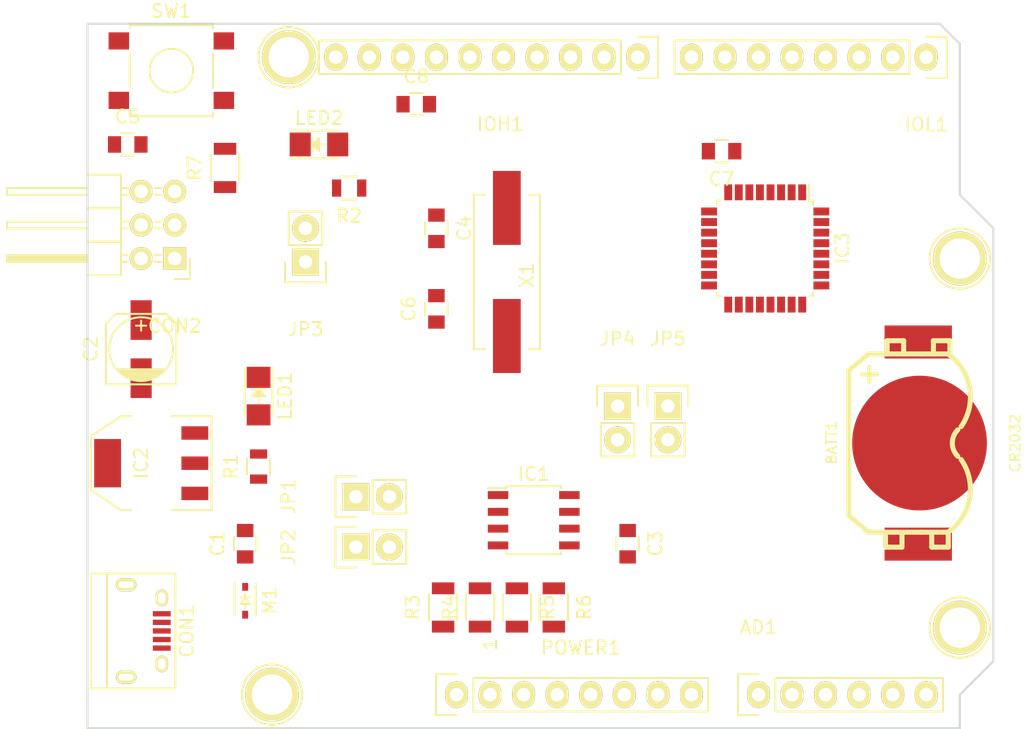
<source format=kicad_pcb>
(kicad_pcb (version 4) (host pcbnew 4.0.2-stable)

  (general
    (links 97)
    (no_connects 97)
    (area 110.922999 72.949999 179.653001 126.440001)
    (thickness 1.6)
    (drawings 10)
    (tracks 0)
    (zones 0)
    (modules 39)
    (nets 49)
  )

  (page A4)
  (title_block
    (date "lun. 30 mars 2015")
  )

  (layers
    (0 F.Cu signal)
    (31 B.Cu signal)
    (32 B.Adhes user)
    (33 F.Adhes user)
    (34 B.Paste user)
    (35 F.Paste user)
    (36 B.SilkS user)
    (37 F.SilkS user)
    (38 B.Mask user)
    (39 F.Mask user)
    (40 Dwgs.User user)
    (41 Cmts.User user)
    (42 Eco1.User user)
    (43 Eco2.User user)
    (44 Edge.Cuts user)
    (45 Margin user)
    (46 B.CrtYd user)
    (47 F.CrtYd user)
    (48 B.Fab user)
    (49 F.Fab user)
  )

  (setup
    (last_trace_width 0.25)
    (trace_clearance 0.2)
    (zone_clearance 0.508)
    (zone_45_only no)
    (trace_min 0.2)
    (segment_width 0.15)
    (edge_width 0.15)
    (via_size 0.6)
    (via_drill 0.4)
    (via_min_size 0.4)
    (via_min_drill 0.3)
    (uvia_size 0.3)
    (uvia_drill 0.1)
    (uvias_allowed no)
    (uvia_min_size 0.2)
    (uvia_min_drill 0.1)
    (pcb_text_width 0.3)
    (pcb_text_size 1.5 1.5)
    (mod_edge_width 0.15)
    (mod_text_size 1 1)
    (mod_text_width 0.15)
    (pad_size 4.064 4.064)
    (pad_drill 3.048)
    (pad_to_mask_clearance 0)
    (aux_axis_origin 110.998 126.365)
    (grid_origin 110.998 126.365)
    (visible_elements 7FFFFFFF)
    (pcbplotparams
      (layerselection 0x00030_80000001)
      (usegerberextensions false)
      (excludeedgelayer true)
      (linewidth 0.100000)
      (plotframeref false)
      (viasonmask false)
      (mode 1)
      (useauxorigin false)
      (hpglpennumber 1)
      (hpglpenspeed 20)
      (hpglpendiameter 15)
      (hpglpenoverlay 2)
      (psnegative false)
      (psa4output false)
      (plotreference true)
      (plotvalue true)
      (plotinvisibletext false)
      (padsonsilk false)
      (subtractmaskfromsilk false)
      (outputformat 1)
      (mirror false)
      (drillshape 1)
      (scaleselection 1)
      (outputdirectory ""))
  )

  (net 0 "")
  (net 1 +5V)
  (net 2 GND)
  (net 3 "Net-(P5-Pad1)")
  (net 4 "Net-(P6-Pad1)")
  (net 5 "Net-(P7-Pad1)")
  (net 6 "Net-(P8-Pad1)")
  (net 7 +3V3)
  (net 8 "Net-(AD1-Pad1)")
  (net 9 "Net-(AD1-Pad2)")
  (net 10 "Net-(AD1-Pad3)")
  (net 11 "Net-(AD1-Pad4)")
  (net 12 SDA)
  (net 13 SCL)
  (net 14 "Net-(BATT1-Pad1)")
  (net 15 "Net-(C4-Pad1)")
  (net 16 RST)
  (net 17 "Net-(C6-Pad1)")
  (net 18 AREF)
  (net 19 "Net-(CON1-Pad1)")
  (net 20 "Net-(CON1-Pad2)")
  (net 21 "Net-(CON1-Pad3)")
  (net 22 "Net-(CON1-Pad4)")
  (net 23 "Net-(CON1-Pad6)")
  (net 24 "Net-(CON2-Pad1)")
  (net 25 PB5)
  (net 26 "Net-(CON2-Pad4)")
  (net 27 "Net-(IC1-Pad1)")
  (net 28 "Net-(IC1-Pad3)")
  (net 29 "Net-(IC1-Pad4)")
  (net 30 "Net-(IC1-Pad7)")
  (net 31 "Net-(IC1-Pad8)")
  (net 32 "Net-(IC3-Pad2)")
  (net 33 "Net-(IC3-Pad3)")
  (net 34 INT0)
  (net 35 "Net-(IC3-Pad5)")
  (net 36 "Net-(IC3-Pad6)")
  (net 37 "Net-(IC3-Pad11)")
  (net 38 "Net-(IC3-Pad12)")
  (net 39 "Net-(IC3-Pad13)")
  (net 40 "Net-(IC3-Pad14)")
  (net 41 "Net-(IC3-Pad15)")
  (net 42 "Net-(IC3-Pad16)")
  (net 43 "Net-(JP3-Pad1)")
  (net 44 "Net-(LED1-Pad2)")
  (net 45 "Net-(LED2-Pad2)")
  (net 46 VIN)
  (net 47 "Net-(POWER1-Pad1)")
  (net 48 "Net-(POWER1-Pad2)")

  (net_class Default "This is the default net class."
    (clearance 0.2)
    (trace_width 0.25)
    (via_dia 0.6)
    (via_drill 0.4)
    (uvia_dia 0.3)
    (uvia_drill 0.1)
    (add_net +3V3)
    (add_net +5V)
    (add_net AREF)
    (add_net GND)
    (add_net INT0)
    (add_net "Net-(AD1-Pad1)")
    (add_net "Net-(AD1-Pad2)")
    (add_net "Net-(AD1-Pad3)")
    (add_net "Net-(AD1-Pad4)")
    (add_net "Net-(BATT1-Pad1)")
    (add_net "Net-(C4-Pad1)")
    (add_net "Net-(C6-Pad1)")
    (add_net "Net-(CON1-Pad1)")
    (add_net "Net-(CON1-Pad2)")
    (add_net "Net-(CON1-Pad3)")
    (add_net "Net-(CON1-Pad4)")
    (add_net "Net-(CON1-Pad6)")
    (add_net "Net-(CON2-Pad1)")
    (add_net "Net-(CON2-Pad4)")
    (add_net "Net-(IC1-Pad1)")
    (add_net "Net-(IC1-Pad3)")
    (add_net "Net-(IC1-Pad4)")
    (add_net "Net-(IC1-Pad7)")
    (add_net "Net-(IC1-Pad8)")
    (add_net "Net-(IC3-Pad11)")
    (add_net "Net-(IC3-Pad12)")
    (add_net "Net-(IC3-Pad13)")
    (add_net "Net-(IC3-Pad14)")
    (add_net "Net-(IC3-Pad15)")
    (add_net "Net-(IC3-Pad16)")
    (add_net "Net-(IC3-Pad2)")
    (add_net "Net-(IC3-Pad3)")
    (add_net "Net-(IC3-Pad5)")
    (add_net "Net-(IC3-Pad6)")
    (add_net "Net-(JP3-Pad1)")
    (add_net "Net-(LED1-Pad2)")
    (add_net "Net-(LED2-Pad2)")
    (add_net "Net-(P5-Pad1)")
    (add_net "Net-(P6-Pad1)")
    (add_net "Net-(P7-Pad1)")
    (add_net "Net-(P8-Pad1)")
    (add_net "Net-(POWER1-Pad1)")
    (add_net "Net-(POWER1-Pad2)")
    (add_net PB5)
    (add_net RST)
    (add_net SCL)
    (add_net SDA)
    (add_net VIN)
  )

  (module Socket_Arduino_Uno:Arduino_1pin (layer F.Cu) (tedit 5524FC39) (tstamp 5524FC3F)
    (at 124.968 123.825)
    (descr "module 1 pin (ou trou mecanique de percage)")
    (tags DEV)
    (path /551BBC06)
    (fp_text reference P5 (at 0 -3.048) (layer F.SilkS) hide
      (effects (font (size 1 1) (thickness 0.15)))
    )
    (fp_text value CONN_1 (at 0 2.794) (layer F.Fab) hide
      (effects (font (size 1 1) (thickness 0.15)))
    )
    (fp_circle (center 0 0) (end 0 -2.286) (layer F.SilkS) (width 0.15))
    (pad 1 thru_hole circle (at 0 0) (size 4.064 4.064) (drill 3.048) (layers *.Cu *.Mask F.SilkS)
      (net 3 "Net-(P5-Pad1)"))
  )

  (module Socket_Arduino_Uno:Arduino_1pin (layer F.Cu) (tedit 5524FC4A) (tstamp 5524FC44)
    (at 177.038 118.745)
    (descr "module 1 pin (ou trou mecanique de percage)")
    (tags DEV)
    (path /551BBD10)
    (fp_text reference P6 (at 0 -3.048) (layer F.SilkS) hide
      (effects (font (size 1 1) (thickness 0.15)))
    )
    (fp_text value CONN_1 (at 0 2.794) (layer F.Fab) hide
      (effects (font (size 1 1) (thickness 0.15)))
    )
    (fp_circle (center 0 0) (end 0 -2.286) (layer F.SilkS) (width 0.15))
    (pad 1 thru_hole circle (at 0 0) (size 4.064 4.064) (drill 3.048) (layers *.Cu *.Mask F.SilkS)
      (net 4 "Net-(P6-Pad1)"))
  )

  (module Socket_Arduino_Uno:Arduino_1pin (layer F.Cu) (tedit 5524FC2F) (tstamp 5524FC49)
    (at 126.238 75.565)
    (descr "module 1 pin (ou trou mecanique de percage)")
    (tags DEV)
    (path /551BBD30)
    (fp_text reference P7 (at 0 -3.048) (layer F.SilkS) hide
      (effects (font (size 1 1) (thickness 0.15)))
    )
    (fp_text value CONN_1 (at 0 2.794) (layer F.Fab) hide
      (effects (font (size 1 1) (thickness 0.15)))
    )
    (fp_circle (center 0 0) (end 0 -2.286) (layer F.SilkS) (width 0.15))
    (pad 1 thru_hole circle (at 0 0) (size 4.064 4.064) (drill 3.048) (layers *.Cu *.Mask F.SilkS)
      (net 5 "Net-(P7-Pad1)"))
  )

  (module Socket_Arduino_Uno:Arduino_1pin (layer F.Cu) (tedit 5524FC41) (tstamp 5524FC4E)
    (at 177.038 90.805)
    (descr "module 1 pin (ou trou mecanique de percage)")
    (tags DEV)
    (path /551BBD52)
    (fp_text reference P8 (at 0 -3.048) (layer F.SilkS) hide
      (effects (font (size 1 1) (thickness 0.15)))
    )
    (fp_text value CONN_1 (at 0 2.794) (layer F.Fab) hide
      (effects (font (size 1 1) (thickness 0.15)))
    )
    (fp_circle (center 0 0) (end 0 -2.286) (layer F.SilkS) (width 0.15))
    (pad 1 thru_hole circle (at 0 0) (size 4.064 4.064) (drill 3.048) (layers *.Cu *.Mask F.SilkS)
      (net 6 "Net-(P8-Pad1)"))
  )

  (module Socket_Arduino_Uno:Socket_Strip_Arduino_1x06 (layer F.Cu) (tedit 551AF7D9) (tstamp 5780E971)
    (at 161.798 123.825)
    (descr "Through hole socket strip")
    (tags "socket strip")
    (path /5773FE3F)
    (fp_text reference AD1 (at 0 -5.1) (layer F.SilkS)
      (effects (font (size 1 1) (thickness 0.15)))
    )
    (fp_text value "PORT C" (at 0 -3.1) (layer F.Fab)
      (effects (font (size 1 1) (thickness 0.15)))
    )
    (fp_line (start -1.75 -1.75) (end -1.75 1.75) (layer F.CrtYd) (width 0.05))
    (fp_line (start 14.45 -1.75) (end 14.45 1.75) (layer F.CrtYd) (width 0.05))
    (fp_line (start -1.75 -1.75) (end 14.45 -1.75) (layer F.CrtYd) (width 0.05))
    (fp_line (start -1.75 1.75) (end 14.45 1.75) (layer F.CrtYd) (width 0.05))
    (fp_line (start 1.27 1.27) (end 13.97 1.27) (layer F.SilkS) (width 0.15))
    (fp_line (start 13.97 1.27) (end 13.97 -1.27) (layer F.SilkS) (width 0.15))
    (fp_line (start 13.97 -1.27) (end 1.27 -1.27) (layer F.SilkS) (width 0.15))
    (fp_line (start -1.55 1.55) (end 0 1.55) (layer F.SilkS) (width 0.15))
    (fp_line (start 1.27 1.27) (end 1.27 -1.27) (layer F.SilkS) (width 0.15))
    (fp_line (start 0 -1.55) (end -1.55 -1.55) (layer F.SilkS) (width 0.15))
    (fp_line (start -1.55 -1.55) (end -1.55 1.55) (layer F.SilkS) (width 0.15))
    (pad 1 thru_hole oval (at 0 0) (size 1.7272 2.032) (drill 1.016) (layers *.Cu *.Mask F.SilkS)
      (net 8 "Net-(AD1-Pad1)"))
    (pad 2 thru_hole oval (at 2.54 0) (size 1.7272 2.032) (drill 1.016) (layers *.Cu *.Mask F.SilkS)
      (net 9 "Net-(AD1-Pad2)"))
    (pad 3 thru_hole oval (at 5.08 0) (size 1.7272 2.032) (drill 1.016) (layers *.Cu *.Mask F.SilkS)
      (net 10 "Net-(AD1-Pad3)"))
    (pad 4 thru_hole oval (at 7.62 0) (size 1.7272 2.032) (drill 1.016) (layers *.Cu *.Mask F.SilkS)
      (net 11 "Net-(AD1-Pad4)"))
    (pad 5 thru_hole oval (at 10.16 0) (size 1.7272 2.032) (drill 1.016) (layers *.Cu *.Mask F.SilkS)
      (net 12 SDA))
    (pad 6 thru_hole oval (at 12.7 0) (size 1.7272 2.032) (drill 1.016) (layers *.Cu *.Mask F.SilkS)
      (net 13 SCL))
    (model ${KIPRJMOD}/Socket_Arduino_Uno.3dshapes/Socket_header_Arduino_1x06.wrl
      (at (xyz 0.25 0 0))
      (scale (xyz 1 1 1))
      (rotate (xyz 0 0 180))
    )
  )

  (module open-project:BAT_CR1216 (layer F.Cu) (tedit 514E24ED) (tstamp 5780E991)
    (at 173.99 104.775 90)
    (path /57737865)
    (fp_text reference BATT1 (at 0.03 -6.65 90) (layer F.SilkS)
      (effects (font (size 0.762 0.762) (thickness 0.127)))
    )
    (fp_text value CR2032 (at -0.01 7.24 90) (layer F.SilkS)
      (effects (font (size 0.762 0.762) (thickness 0.127)))
    )
    (fp_line (start -7.87908 0.92202) (end -6.87832 0.92202) (layer F.SilkS) (width 0.381))
    (fp_line (start -7.87908 2.1717) (end -7.87908 0.92202) (layer F.SilkS) (width 0.381))
    (fp_line (start -6.87832 2.1717) (end -7.87908 2.1717) (layer F.SilkS) (width 0.381))
    (fp_line (start -7.87908 -2.5781) (end -6.87832 -2.5781) (layer F.SilkS) (width 0.381))
    (fp_line (start -7.87908 -2.32918) (end -7.87908 -2.5781) (layer F.SilkS) (width 0.381))
    (fp_line (start -7.87908 -1.32842) (end -7.87908 -2.32918) (layer F.SilkS) (width 0.381))
    (fp_line (start -6.87832 -1.32842) (end -7.87908 -1.32842) (layer F.SilkS) (width 0.381))
    (fp_line (start 6.74878 1.04902) (end 7.74954 1.04902) (layer F.SilkS) (width 0.381))
    (fp_line (start 7.74954 1.04902) (end 7.74954 2.04978) (layer F.SilkS) (width 0.381))
    (fp_line (start 7.74954 2.04978) (end 7.74954 2.2987) (layer F.SilkS) (width 0.381))
    (fp_line (start 7.74954 2.2987) (end 6.74878 2.2987) (layer F.SilkS) (width 0.381))
    (fp_line (start 6.74878 -2.4511) (end 7.74954 -2.4511) (layer F.SilkS) (width 0.381))
    (fp_line (start 7.74954 -2.4511) (end 7.74954 -1.20142) (layer F.SilkS) (width 0.381))
    (fp_line (start 7.74954 -1.20142) (end 6.74878 -1.20142) (layer F.SilkS) (width 0.381))
    (fp_text user + (at 5.19938 -3.8989 90) (layer F.SilkS)
      (effects (font (thickness 0.3048)))
    )
    (fp_arc (start 0 3.89636) (end -1.00076 2.8956) (angle 90) (layer F.SilkS) (width 0.381))
    (fp_line (start -6.74878 0.14732) (end -6.74878 2.14884) (layer F.SilkS) (width 0.381))
    (fp_line (start 6.74878 0.14732) (end 6.74878 2.14884) (layer F.SilkS) (width 0.381))
    (fp_arc (start 3.49758 -0.1016) (end 1.24714 3.1496) (angle -90) (layer F.SilkS) (width 0.381))
    (fp_arc (start -3.50012 -0.1016) (end -1.24968 3.1496) (angle 90) (layer F.SilkS) (width 0.381))
    (fp_line (start 5.4991 -5.35178) (end 6.74878 -3.85318) (layer F.SilkS) (width 0.381))
    (fp_line (start 6.74878 -3.85318) (end 6.74878 0.14732) (layer F.SilkS) (width 0.381))
    (fp_line (start 5.4991 -5.35178) (end -5.4991 -5.35178) (layer F.SilkS) (width 0.381))
    (fp_line (start -5.4991 -5.35178) (end -6.74878 -3.85318) (layer F.SilkS) (width 0.381))
    (fp_line (start -6.74878 -3.85318) (end -6.74878 0.14732) (layer F.SilkS) (width 0.381))
    (pad 1 smd rect (at 7.65048 -0.09906 270) (size 2.49936 5.10032) (layers F.Cu F.Paste F.Mask)
      (net 14 "Net-(BATT1-Pad1)"))
    (pad 2 smd circle (at 0 0 270) (size 10.20064 10.20064) (layers F.Cu F.Paste F.Mask)
      (net 2 GND))
    (pad 1 smd rect (at -7.65048 -0.09906 270) (size 2.49936 5.10032) (layers F.Cu F.Paste F.Mask)
      (net 14 "Net-(BATT1-Pad1)"))
  )

  (module Capacitors_SMD:C_0805 (layer F.Cu) (tedit 5415D6EA) (tstamp 5780E99D)
    (at 122.936 112.395 90)
    (descr "Capacitor SMD 0805, reflow soldering, AVX (see smccp.pdf)")
    (tags "capacitor 0805")
    (path /57731635)
    (attr smd)
    (fp_text reference C1 (at 0 -2.1 90) (layer F.SilkS)
      (effects (font (size 1 1) (thickness 0.15)))
    )
    (fp_text value 100nF (at 0 2.1 90) (layer F.Fab)
      (effects (font (size 1 1) (thickness 0.15)))
    )
    (fp_line (start -1.8 -1) (end 1.8 -1) (layer F.CrtYd) (width 0.05))
    (fp_line (start -1.8 1) (end 1.8 1) (layer F.CrtYd) (width 0.05))
    (fp_line (start -1.8 -1) (end -1.8 1) (layer F.CrtYd) (width 0.05))
    (fp_line (start 1.8 -1) (end 1.8 1) (layer F.CrtYd) (width 0.05))
    (fp_line (start 0.5 -0.85) (end -0.5 -0.85) (layer F.SilkS) (width 0.15))
    (fp_line (start -0.5 0.85) (end 0.5 0.85) (layer F.SilkS) (width 0.15))
    (pad 1 smd rect (at -1 0 90) (size 1 1.25) (layers F.Cu F.Paste F.Mask)
      (net 1 +5V))
    (pad 2 smd rect (at 1 0 90) (size 1 1.25) (layers F.Cu F.Paste F.Mask)
      (net 2 GND))
    (model Capacitors_SMD.3dshapes/C_0805.wrl
      (at (xyz 0 0 0))
      (scale (xyz 1 1 1))
      (rotate (xyz 0 0 0))
    )
  )

  (module Capacitors_SMD:c_elec_5x5.8 (layer F.Cu) (tedit 55725D48) (tstamp 5780E9B7)
    (at 115.062 97.663 90)
    (descr "SMT capacitor, aluminium electrolytic, 5x5.8")
    (path /57731696)
    (attr smd)
    (fp_text reference C2 (at 0 -3.81 90) (layer F.SilkS)
      (effects (font (size 1 1) (thickness 0.15)))
    )
    (fp_text value 10uF (at 0 3.81 90) (layer F.Fab)
      (effects (font (size 1 1) (thickness 0.15)))
    )
    (fp_line (start -3.95 -3) (end 3.95 -3) (layer F.CrtYd) (width 0.05))
    (fp_line (start 3.95 -3) (end 3.95 3) (layer F.CrtYd) (width 0.05))
    (fp_line (start 3.95 3) (end -3.95 3) (layer F.CrtYd) (width 0.05))
    (fp_line (start -3.95 3) (end -3.95 -3) (layer F.CrtYd) (width 0.05))
    (fp_line (start -2.286 -0.635) (end -2.286 0.762) (layer F.SilkS) (width 0.15))
    (fp_line (start -2.159 -0.889) (end -2.159 0.889) (layer F.SilkS) (width 0.15))
    (fp_line (start -2.032 -1.27) (end -2.032 1.27) (layer F.SilkS) (width 0.15))
    (fp_line (start -1.905 1.397) (end -1.905 -1.397) (layer F.SilkS) (width 0.15))
    (fp_line (start -1.778 -1.524) (end -1.778 1.524) (layer F.SilkS) (width 0.15))
    (fp_line (start -1.651 1.651) (end -1.651 -1.651) (layer F.SilkS) (width 0.15))
    (fp_line (start -1.524 -1.778) (end -1.524 1.778) (layer F.SilkS) (width 0.15))
    (fp_line (start -2.667 -2.667) (end 1.905 -2.667) (layer F.SilkS) (width 0.15))
    (fp_line (start 1.905 -2.667) (end 2.667 -1.905) (layer F.SilkS) (width 0.15))
    (fp_line (start 2.667 -1.905) (end 2.667 1.905) (layer F.SilkS) (width 0.15))
    (fp_line (start 2.667 1.905) (end 1.905 2.667) (layer F.SilkS) (width 0.15))
    (fp_line (start 1.905 2.667) (end -2.667 2.667) (layer F.SilkS) (width 0.15))
    (fp_line (start -2.667 2.667) (end -2.667 -2.667) (layer F.SilkS) (width 0.15))
    (fp_line (start 2.159 0) (end 1.397 0) (layer F.SilkS) (width 0.15))
    (fp_line (start 1.778 -0.381) (end 1.778 0.381) (layer F.SilkS) (width 0.15))
    (fp_circle (center 0 0) (end -2.413 0) (layer F.SilkS) (width 0.15))
    (pad 1 smd rect (at 2.19964 0 90) (size 2.99974 1.6002) (layers F.Cu F.Paste F.Mask)
      (net 7 +3V3))
    (pad 2 smd rect (at -2.19964 0 90) (size 2.99974 1.6002) (layers F.Cu F.Paste F.Mask)
      (net 2 GND))
    (model Capacitors_SMD.3dshapes/c_elec_5x5.8.wrl
      (at (xyz 0 0 0))
      (scale (xyz 1 1 1))
      (rotate (xyz 0 0 0))
    )
  )

  (module Capacitors_SMD:C_0805 (layer F.Cu) (tedit 5415D6EA) (tstamp 5780E9C3)
    (at 151.892 112.395 270)
    (descr "Capacitor SMD 0805, reflow soldering, AVX (see smccp.pdf)")
    (tags "capacitor 0805")
    (path /5773C7BA)
    (attr smd)
    (fp_text reference C3 (at 0 -2.1 270) (layer F.SilkS)
      (effects (font (size 1 1) (thickness 0.15)))
    )
    (fp_text value 100nF (at 0 2.1 270) (layer F.Fab)
      (effects (font (size 1 1) (thickness 0.15)))
    )
    (fp_line (start -1.8 -1) (end 1.8 -1) (layer F.CrtYd) (width 0.05))
    (fp_line (start -1.8 1) (end 1.8 1) (layer F.CrtYd) (width 0.05))
    (fp_line (start -1.8 -1) (end -1.8 1) (layer F.CrtYd) (width 0.05))
    (fp_line (start 1.8 -1) (end 1.8 1) (layer F.CrtYd) (width 0.05))
    (fp_line (start 0.5 -0.85) (end -0.5 -0.85) (layer F.SilkS) (width 0.15))
    (fp_line (start -0.5 0.85) (end 0.5 0.85) (layer F.SilkS) (width 0.15))
    (pad 1 smd rect (at -1 0 270) (size 1 1.25) (layers F.Cu F.Paste F.Mask)
      (net 14 "Net-(BATT1-Pad1)"))
    (pad 2 smd rect (at 1 0 270) (size 1 1.25) (layers F.Cu F.Paste F.Mask)
      (net 2 GND))
    (model Capacitors_SMD.3dshapes/C_0805.wrl
      (at (xyz 0 0 0))
      (scale (xyz 1 1 1))
      (rotate (xyz 0 0 0))
    )
  )

  (module Capacitors_SMD:C_0805 (layer F.Cu) (tedit 5415D6EA) (tstamp 5780E9CF)
    (at 137.414 88.519 270)
    (descr "Capacitor SMD 0805, reflow soldering, AVX (see smccp.pdf)")
    (tags "capacitor 0805")
    (path /5768FE60)
    (attr smd)
    (fp_text reference C4 (at 0 -2.1 270) (layer F.SilkS)
      (effects (font (size 1 1) (thickness 0.15)))
    )
    (fp_text value 27p (at 0 2.1 270) (layer F.Fab)
      (effects (font (size 1 1) (thickness 0.15)))
    )
    (fp_line (start -1.8 -1) (end 1.8 -1) (layer F.CrtYd) (width 0.05))
    (fp_line (start -1.8 1) (end 1.8 1) (layer F.CrtYd) (width 0.05))
    (fp_line (start -1.8 -1) (end -1.8 1) (layer F.CrtYd) (width 0.05))
    (fp_line (start 1.8 -1) (end 1.8 1) (layer F.CrtYd) (width 0.05))
    (fp_line (start 0.5 -0.85) (end -0.5 -0.85) (layer F.SilkS) (width 0.15))
    (fp_line (start -0.5 0.85) (end 0.5 0.85) (layer F.SilkS) (width 0.15))
    (pad 1 smd rect (at -1 0 270) (size 1 1.25) (layers F.Cu F.Paste F.Mask)
      (net 15 "Net-(C4-Pad1)"))
    (pad 2 smd rect (at 1 0 270) (size 1 1.25) (layers F.Cu F.Paste F.Mask)
      (net 2 GND))
    (model Capacitors_SMD.3dshapes/C_0805.wrl
      (at (xyz 0 0 0))
      (scale (xyz 1 1 1))
      (rotate (xyz 0 0 0))
    )
  )

  (module Capacitors_SMD:C_0805 (layer F.Cu) (tedit 5415D6EA) (tstamp 5780E9DB)
    (at 114.046 82.169)
    (descr "Capacitor SMD 0805, reflow soldering, AVX (see smccp.pdf)")
    (tags "capacitor 0805")
    (path /576932AC)
    (attr smd)
    (fp_text reference C5 (at 0 -2.1) (layer F.SilkS)
      (effects (font (size 1 1) (thickness 0.15)))
    )
    (fp_text value 100nF (at 0 2.1) (layer F.Fab)
      (effects (font (size 1 1) (thickness 0.15)))
    )
    (fp_line (start -1.8 -1) (end 1.8 -1) (layer F.CrtYd) (width 0.05))
    (fp_line (start -1.8 1) (end 1.8 1) (layer F.CrtYd) (width 0.05))
    (fp_line (start -1.8 -1) (end -1.8 1) (layer F.CrtYd) (width 0.05))
    (fp_line (start 1.8 -1) (end 1.8 1) (layer F.CrtYd) (width 0.05))
    (fp_line (start 0.5 -0.85) (end -0.5 -0.85) (layer F.SilkS) (width 0.15))
    (fp_line (start -0.5 0.85) (end 0.5 0.85) (layer F.SilkS) (width 0.15))
    (pad 1 smd rect (at -1 0) (size 1 1.25) (layers F.Cu F.Paste F.Mask)
      (net 16 RST))
    (pad 2 smd rect (at 1 0) (size 1 1.25) (layers F.Cu F.Paste F.Mask)
      (net 2 GND))
    (model Capacitors_SMD.3dshapes/C_0805.wrl
      (at (xyz 0 0 0))
      (scale (xyz 1 1 1))
      (rotate (xyz 0 0 0))
    )
  )

  (module Capacitors_SMD:C_0805 (layer F.Cu) (tedit 5415D6EA) (tstamp 5780E9E7)
    (at 137.414 94.615 90)
    (descr "Capacitor SMD 0805, reflow soldering, AVX (see smccp.pdf)")
    (tags "capacitor 0805")
    (path /5768FFF8)
    (attr smd)
    (fp_text reference C6 (at 0 -2.1 90) (layer F.SilkS)
      (effects (font (size 1 1) (thickness 0.15)))
    )
    (fp_text value 27p (at 0 2.1 90) (layer F.Fab)
      (effects (font (size 1 1) (thickness 0.15)))
    )
    (fp_line (start -1.8 -1) (end 1.8 -1) (layer F.CrtYd) (width 0.05))
    (fp_line (start -1.8 1) (end 1.8 1) (layer F.CrtYd) (width 0.05))
    (fp_line (start -1.8 -1) (end -1.8 1) (layer F.CrtYd) (width 0.05))
    (fp_line (start 1.8 -1) (end 1.8 1) (layer F.CrtYd) (width 0.05))
    (fp_line (start 0.5 -0.85) (end -0.5 -0.85) (layer F.SilkS) (width 0.15))
    (fp_line (start -0.5 0.85) (end 0.5 0.85) (layer F.SilkS) (width 0.15))
    (pad 1 smd rect (at -1 0 90) (size 1 1.25) (layers F.Cu F.Paste F.Mask)
      (net 17 "Net-(C6-Pad1)"))
    (pad 2 smd rect (at 1 0 90) (size 1 1.25) (layers F.Cu F.Paste F.Mask)
      (net 2 GND))
    (model Capacitors_SMD.3dshapes/C_0805.wrl
      (at (xyz 0 0 0))
      (scale (xyz 1 1 1))
      (rotate (xyz 0 0 0))
    )
  )

  (module Capacitors_SMD:C_0805 (layer F.Cu) (tedit 5415D6EA) (tstamp 5780E9F3)
    (at 159.004 82.677 180)
    (descr "Capacitor SMD 0805, reflow soldering, AVX (see smccp.pdf)")
    (tags "capacitor 0805")
    (path /577D15E2)
    (attr smd)
    (fp_text reference C7 (at 0 -2.1 180) (layer F.SilkS)
      (effects (font (size 1 1) (thickness 0.15)))
    )
    (fp_text value 100nF (at 0 2.1 180) (layer F.Fab)
      (effects (font (size 1 1) (thickness 0.15)))
    )
    (fp_line (start -1.8 -1) (end 1.8 -1) (layer F.CrtYd) (width 0.05))
    (fp_line (start -1.8 1) (end 1.8 1) (layer F.CrtYd) (width 0.05))
    (fp_line (start -1.8 -1) (end -1.8 1) (layer F.CrtYd) (width 0.05))
    (fp_line (start 1.8 -1) (end 1.8 1) (layer F.CrtYd) (width 0.05))
    (fp_line (start 0.5 -0.85) (end -0.5 -0.85) (layer F.SilkS) (width 0.15))
    (fp_line (start -0.5 0.85) (end 0.5 0.85) (layer F.SilkS) (width 0.15))
    (pad 1 smd rect (at -1 0 180) (size 1 1.25) (layers F.Cu F.Paste F.Mask)
      (net 7 +3V3))
    (pad 2 smd rect (at 1 0 180) (size 1 1.25) (layers F.Cu F.Paste F.Mask)
      (net 2 GND))
    (model Capacitors_SMD.3dshapes/C_0805.wrl
      (at (xyz 0 0 0))
      (scale (xyz 1 1 1))
      (rotate (xyz 0 0 0))
    )
  )

  (module Capacitors_SMD:C_0805 (layer F.Cu) (tedit 5415D6EA) (tstamp 5780E9FF)
    (at 135.89 79.121)
    (descr "Capacitor SMD 0805, reflow soldering, AVX (see smccp.pdf)")
    (tags "capacitor 0805")
    (path /5776EB90)
    (attr smd)
    (fp_text reference C8 (at 0 -2.1) (layer F.SilkS)
      (effects (font (size 1 1) (thickness 0.15)))
    )
    (fp_text value 100nF (at 0 2.1) (layer F.Fab)
      (effects (font (size 1 1) (thickness 0.15)))
    )
    (fp_line (start -1.8 -1) (end 1.8 -1) (layer F.CrtYd) (width 0.05))
    (fp_line (start -1.8 1) (end 1.8 1) (layer F.CrtYd) (width 0.05))
    (fp_line (start -1.8 -1) (end -1.8 1) (layer F.CrtYd) (width 0.05))
    (fp_line (start 1.8 -1) (end 1.8 1) (layer F.CrtYd) (width 0.05))
    (fp_line (start 0.5 -0.85) (end -0.5 -0.85) (layer F.SilkS) (width 0.15))
    (fp_line (start -0.5 0.85) (end 0.5 0.85) (layer F.SilkS) (width 0.15))
    (pad 1 smd rect (at -1 0) (size 1 1.25) (layers F.Cu F.Paste F.Mask)
      (net 18 AREF))
    (pad 2 smd rect (at 1 0) (size 1 1.25) (layers F.Cu F.Paste F.Mask)
      (net 2 GND))
    (model Capacitors_SMD.3dshapes/C_0805.wrl
      (at (xyz 0 0 0))
      (scale (xyz 1 1 1))
      (rotate (xyz 0 0 0))
    )
  )

  (module Connect:USB_Micro-B (layer F.Cu) (tedit 5543E447) (tstamp 5780EA15)
    (at 115.062 118.999 270)
    (descr "Micro USB Type B Receptacle")
    (tags "USB USB_B USB_micro USB_OTG")
    (path /57733B6C)
    (attr smd)
    (fp_text reference CON1 (at 0 -3.45 270) (layer F.SilkS)
      (effects (font (size 1 1) (thickness 0.15)))
    )
    (fp_text value "Micro USB" (at 0 4.8 270) (layer F.Fab)
      (effects (font (size 1 1) (thickness 0.15)))
    )
    (fp_line (start -4.6 -2.8) (end 4.6 -2.8) (layer F.CrtYd) (width 0.05))
    (fp_line (start 4.6 -2.8) (end 4.6 4.05) (layer F.CrtYd) (width 0.05))
    (fp_line (start 4.6 4.05) (end -4.6 4.05) (layer F.CrtYd) (width 0.05))
    (fp_line (start -4.6 4.05) (end -4.6 -2.8) (layer F.CrtYd) (width 0.05))
    (fp_line (start -4.3509 3.81746) (end 4.3491 3.81746) (layer F.SilkS) (width 0.15))
    (fp_line (start -4.3509 -2.58754) (end 4.3491 -2.58754) (layer F.SilkS) (width 0.15))
    (fp_line (start 4.3491 -2.58754) (end 4.3491 3.81746) (layer F.SilkS) (width 0.15))
    (fp_line (start 4.3491 2.58746) (end -4.3509 2.58746) (layer F.SilkS) (width 0.15))
    (fp_line (start -4.3509 3.81746) (end -4.3509 -2.58754) (layer F.SilkS) (width 0.15))
    (pad 1 smd rect (at -1.3009 -1.56254) (size 1.35 0.4) (layers F.Cu F.Paste F.Mask)
      (net 19 "Net-(CON1-Pad1)"))
    (pad 2 smd rect (at -0.6509 -1.56254) (size 1.35 0.4) (layers F.Cu F.Paste F.Mask)
      (net 20 "Net-(CON1-Pad2)"))
    (pad 3 smd rect (at -0.0009 -1.56254) (size 1.35 0.4) (layers F.Cu F.Paste F.Mask)
      (net 21 "Net-(CON1-Pad3)"))
    (pad 4 smd rect (at 0.6491 -1.56254) (size 1.35 0.4) (layers F.Cu F.Paste F.Mask)
      (net 22 "Net-(CON1-Pad4)"))
    (pad 5 smd rect (at 1.2991 -1.56254) (size 1.35 0.4) (layers F.Cu F.Paste F.Mask)
      (net 2 GND))
    (pad 6 thru_hole oval (at -2.5009 -1.56254) (size 0.95 1.25) (drill oval 0.55 0.85) (layers *.Cu *.Mask F.SilkS)
      (net 23 "Net-(CON1-Pad6)"))
    (pad 6 thru_hole oval (at 2.4991 -1.56254) (size 0.95 1.25) (drill oval 0.55 0.85) (layers *.Cu *.Mask F.SilkS)
      (net 23 "Net-(CON1-Pad6)"))
    (pad 6 thru_hole oval (at -3.5009 1.13746) (size 1.55 1) (drill oval 1.15 0.5) (layers *.Cu *.Mask F.SilkS)
      (net 23 "Net-(CON1-Pad6)"))
    (pad 6 thru_hole oval (at 3.4991 1.13746) (size 1.55 1) (drill oval 1.15 0.5) (layers *.Cu *.Mask F.SilkS)
      (net 23 "Net-(CON1-Pad6)"))
  )

  (module TO_SOT_Packages_SMD:SOT-223 (layer F.Cu) (tedit 0) (tstamp 5780EA73)
    (at 115.824 106.299 90)
    (descr "module CMS SOT223 4 pins")
    (tags "CMS SOT")
    (path /57730C05)
    (attr smd)
    (fp_text reference IC2 (at 0 -0.762 90) (layer F.SilkS)
      (effects (font (size 1 1) (thickness 0.15)))
    )
    (fp_text value LD1117 (at 0 0.762 90) (layer F.Fab)
      (effects (font (size 1 1) (thickness 0.15)))
    )
    (fp_line (start -3.556 1.524) (end -3.556 4.572) (layer F.SilkS) (width 0.15))
    (fp_line (start -3.556 4.572) (end 3.556 4.572) (layer F.SilkS) (width 0.15))
    (fp_line (start 3.556 4.572) (end 3.556 1.524) (layer F.SilkS) (width 0.15))
    (fp_line (start -3.556 -1.524) (end -3.556 -2.286) (layer F.SilkS) (width 0.15))
    (fp_line (start -3.556 -2.286) (end -2.032 -4.572) (layer F.SilkS) (width 0.15))
    (fp_line (start -2.032 -4.572) (end 2.032 -4.572) (layer F.SilkS) (width 0.15))
    (fp_line (start 2.032 -4.572) (end 3.556 -2.286) (layer F.SilkS) (width 0.15))
    (fp_line (start 3.556 -2.286) (end 3.556 -1.524) (layer F.SilkS) (width 0.15))
    (pad 4 smd rect (at 0 -3.302 90) (size 3.6576 2.032) (layers F.Cu F.Paste F.Mask))
    (pad 2 smd rect (at 0 3.302 90) (size 1.016 2.032) (layers F.Cu F.Paste F.Mask)
      (net 7 +3V3))
    (pad 3 smd rect (at 2.286 3.302 90) (size 1.016 2.032) (layers F.Cu F.Paste F.Mask)
      (net 1 +5V))
    (pad 1 smd rect (at -2.286 3.302 90) (size 1.016 2.032) (layers F.Cu F.Paste F.Mask)
      (net 2 GND))
    (model TO_SOT_Packages_SMD.3dshapes/SOT-223.wrl
      (at (xyz 0 0 0))
      (scale (xyz 0.4 0.4 0.4))
      (rotate (xyz 0 0 0))
    )
  )

  (module Housings_QFP:LQFP-32_7x7mm_Pitch0.8mm (layer F.Cu) (tedit 54130A77) (tstamp 5780EAA4)
    (at 162.306 90.043 270)
    (descr "LQFP32: plastic low profile quad flat package; 32 leads; body 7 x 7 x 1.4 mm (see NXP sot358-1_po.pdf and sot358-1_fr.pdf)")
    (tags "QFP 0.8")
    (path /577285AB)
    (attr smd)
    (fp_text reference IC3 (at 0 -5.85 270) (layer F.SilkS)
      (effects (font (size 1 1) (thickness 0.15)))
    )
    (fp_text value ATMEGA328-P (at 0 5.85 270) (layer F.Fab)
      (effects (font (size 1 1) (thickness 0.15)))
    )
    (fp_line (start -5.1 -5.1) (end -5.1 5.1) (layer F.CrtYd) (width 0.05))
    (fp_line (start 5.1 -5.1) (end 5.1 5.1) (layer F.CrtYd) (width 0.05))
    (fp_line (start -5.1 -5.1) (end 5.1 -5.1) (layer F.CrtYd) (width 0.05))
    (fp_line (start -5.1 5.1) (end 5.1 5.1) (layer F.CrtYd) (width 0.05))
    (fp_line (start -3.625 -3.625) (end -3.625 -3.325) (layer F.SilkS) (width 0.15))
    (fp_line (start 3.625 -3.625) (end 3.625 -3.325) (layer F.SilkS) (width 0.15))
    (fp_line (start 3.625 3.625) (end 3.625 3.325) (layer F.SilkS) (width 0.15))
    (fp_line (start -3.625 3.625) (end -3.625 3.325) (layer F.SilkS) (width 0.15))
    (fp_line (start -3.625 -3.625) (end -3.325 -3.625) (layer F.SilkS) (width 0.15))
    (fp_line (start -3.625 3.625) (end -3.325 3.625) (layer F.SilkS) (width 0.15))
    (fp_line (start 3.625 3.625) (end 3.325 3.625) (layer F.SilkS) (width 0.15))
    (fp_line (start 3.625 -3.625) (end 3.325 -3.625) (layer F.SilkS) (width 0.15))
    (fp_line (start -3.625 -3.325) (end -4.85 -3.325) (layer F.SilkS) (width 0.15))
    (pad 1 smd rect (at -4.25 -2.8 270) (size 1.2 0.6) (layers F.Cu F.Paste F.Mask)
      (net 16 RST))
    (pad 2 smd rect (at -4.25 -2 270) (size 1.2 0.6) (layers F.Cu F.Paste F.Mask)
      (net 32 "Net-(IC3-Pad2)"))
    (pad 3 smd rect (at -4.25 -1.2 270) (size 1.2 0.6) (layers F.Cu F.Paste F.Mask)
      (net 33 "Net-(IC3-Pad3)"))
    (pad 4 smd rect (at -4.25 -0.4 270) (size 1.2 0.6) (layers F.Cu F.Paste F.Mask)
      (net 34 INT0))
    (pad 5 smd rect (at -4.25 0.4 270) (size 1.2 0.6) (layers F.Cu F.Paste F.Mask)
      (net 35 "Net-(IC3-Pad5)"))
    (pad 6 smd rect (at -4.25 1.2 270) (size 1.2 0.6) (layers F.Cu F.Paste F.Mask)
      (net 36 "Net-(IC3-Pad6)"))
    (pad 7 smd rect (at -4.25 2 270) (size 1.2 0.6) (layers F.Cu F.Paste F.Mask)
      (net 7 +3V3))
    (pad 8 smd rect (at -4.25 2.8 270) (size 1.2 0.6) (layers F.Cu F.Paste F.Mask)
      (net 2 GND))
    (pad 9 smd rect (at -2.8 4.25) (size 1.2 0.6) (layers F.Cu F.Paste F.Mask)
      (net 17 "Net-(C6-Pad1)"))
    (pad 10 smd rect (at -2 4.25) (size 1.2 0.6) (layers F.Cu F.Paste F.Mask)
      (net 15 "Net-(C4-Pad1)"))
    (pad 11 smd rect (at -1.2 4.25) (size 1.2 0.6) (layers F.Cu F.Paste F.Mask)
      (net 37 "Net-(IC3-Pad11)"))
    (pad 12 smd rect (at -0.4 4.25) (size 1.2 0.6) (layers F.Cu F.Paste F.Mask)
      (net 38 "Net-(IC3-Pad12)"))
    (pad 13 smd rect (at 0.4 4.25) (size 1.2 0.6) (layers F.Cu F.Paste F.Mask)
      (net 39 "Net-(IC3-Pad13)"))
    (pad 14 smd rect (at 1.2 4.25) (size 1.2 0.6) (layers F.Cu F.Paste F.Mask)
      (net 40 "Net-(IC3-Pad14)"))
    (pad 15 smd rect (at 2 4.25) (size 1.2 0.6) (layers F.Cu F.Paste F.Mask)
      (net 41 "Net-(IC3-Pad15)"))
    (pad 16 smd rect (at 2.8 4.25) (size 1.2 0.6) (layers F.Cu F.Paste F.Mask)
      (net 42 "Net-(IC3-Pad16)"))
    (pad 17 smd rect (at 4.25 2.8 270) (size 1.2 0.6) (layers F.Cu F.Paste F.Mask)
      (net 26 "Net-(CON2-Pad4)"))
    (pad 18 smd rect (at 4.25 2 270) (size 1.2 0.6) (layers F.Cu F.Paste F.Mask)
      (net 24 "Net-(CON2-Pad1)"))
    (pad 19 smd rect (at 4.25 1.2 270) (size 1.2 0.6) (layers F.Cu F.Paste F.Mask)
      (net 25 PB5))
    (pad 20 smd rect (at 4.25 0.4 270) (size 1.2 0.6) (layers F.Cu F.Paste F.Mask)
      (net 7 +3V3))
    (pad 21 smd rect (at 4.25 -0.4 270) (size 1.2 0.6) (layers F.Cu F.Paste F.Mask)
      (net 18 AREF))
    (pad 22 smd rect (at 4.25 -1.2 270) (size 1.2 0.6) (layers F.Cu F.Paste F.Mask)
      (net 2 GND))
    (pad 23 smd rect (at 4.25 -2 270) (size 1.2 0.6) (layers F.Cu F.Paste F.Mask)
      (net 8 "Net-(AD1-Pad1)"))
    (pad 24 smd rect (at 4.25 -2.8 270) (size 1.2 0.6) (layers F.Cu F.Paste F.Mask)
      (net 9 "Net-(AD1-Pad2)"))
    (pad 25 smd rect (at 2.8 -4.25) (size 1.2 0.6) (layers F.Cu F.Paste F.Mask)
      (net 10 "Net-(AD1-Pad3)"))
    (pad 26 smd rect (at 2 -4.25) (size 1.2 0.6) (layers F.Cu F.Paste F.Mask)
      (net 11 "Net-(AD1-Pad4)"))
    (pad 27 smd rect (at 1.2 -4.25) (size 1.2 0.6) (layers F.Cu F.Paste F.Mask)
      (net 12 SDA))
    (pad 28 smd rect (at 0.4 -4.25) (size 1.2 0.6) (layers F.Cu F.Paste F.Mask)
      (net 13 SCL))
    (pad 29 smd rect (at -0.4 -4.25) (size 1.2 0.6) (layers F.Cu F.Paste F.Mask))
    (pad 30 smd rect (at -1.2 -4.25) (size 1.2 0.6) (layers F.Cu F.Paste F.Mask))
    (pad 31 smd rect (at -2 -4.25) (size 1.2 0.6) (layers F.Cu F.Paste F.Mask))
    (pad 32 smd rect (at -2.8 -4.25) (size 1.2 0.6) (layers F.Cu F.Paste F.Mask))
    (model Housings_QFP.3dshapes/LQFP-32_7x7mm_Pitch0.8mm.wrl
      (at (xyz 0 0 0))
      (scale (xyz 1 1 1))
      (rotate (xyz 0 0 0))
    )
  )

  (module Socket_Arduino_Uno:Socket_Strip_Arduino_1x10 (layer F.Cu) (tedit 5780E228) (tstamp 5780EABD)
    (at 152.654 75.565 180)
    (descr "Through hole socket strip")
    (tags "socket strip")
    (path /577EC472)
    (fp_text reference IOH1 (at 10.414 -5.08 180) (layer F.SilkS)
      (effects (font (size 1 1) (thickness 0.15)))
    )
    (fp_text value CONN_01X10 (at 10.922 -3.302 180) (layer F.Fab)
      (effects (font (size 1 1) (thickness 0.15)))
    )
    (fp_line (start -1.75 -1.75) (end -1.75 1.75) (layer F.CrtYd) (width 0.05))
    (fp_line (start 24.65 -1.75) (end 24.65 1.75) (layer F.CrtYd) (width 0.05))
    (fp_line (start -1.75 -1.75) (end 24.65 -1.75) (layer F.CrtYd) (width 0.05))
    (fp_line (start -1.75 1.75) (end 24.65 1.75) (layer F.CrtYd) (width 0.05))
    (fp_line (start 1.27 1.27) (end 24.13 1.27) (layer F.SilkS) (width 0.15))
    (fp_line (start 24.13 1.27) (end 24.13 -1.27) (layer F.SilkS) (width 0.15))
    (fp_line (start 24.13 -1.27) (end 1.27 -1.27) (layer F.SilkS) (width 0.15))
    (fp_line (start -1.55 1.55) (end 0 1.55) (layer F.SilkS) (width 0.15))
    (fp_line (start 1.27 1.27) (end 1.27 -1.27) (layer F.SilkS) (width 0.15))
    (fp_line (start 0 -1.55) (end -1.55 -1.55) (layer F.SilkS) (width 0.15))
    (fp_line (start -1.55 -1.55) (end -1.55 1.55) (layer F.SilkS) (width 0.15))
    (pad 1 thru_hole oval (at 0 0 180) (size 1.7272 2.032) (drill 1.016) (layers *.Cu *.Mask F.SilkS)
      (net 40 "Net-(IC3-Pad14)"))
    (pad 2 thru_hole oval (at 2.54 0 180) (size 1.7272 2.032) (drill 1.016) (layers *.Cu *.Mask F.SilkS)
      (net 41 "Net-(IC3-Pad15)"))
    (pad 3 thru_hole oval (at 5.08 0 180) (size 1.7272 2.032) (drill 1.016) (layers *.Cu *.Mask F.SilkS)
      (net 42 "Net-(IC3-Pad16)"))
    (pad 4 thru_hole oval (at 7.62 0 180) (size 1.7272 2.032) (drill 1.016) (layers *.Cu *.Mask F.SilkS)
      (net 26 "Net-(CON2-Pad4)"))
    (pad 5 thru_hole oval (at 10.16 0 180) (size 1.7272 2.032) (drill 1.016) (layers *.Cu *.Mask F.SilkS)
      (net 24 "Net-(CON2-Pad1)"))
    (pad 6 thru_hole oval (at 12.7 0 180) (size 1.7272 2.032) (drill 1.016) (layers *.Cu *.Mask F.SilkS)
      (net 25 PB5))
    (pad 7 thru_hole oval (at 15.24 0 180) (size 1.7272 2.032) (drill 1.016) (layers *.Cu *.Mask F.SilkS)
      (net 2 GND))
    (pad 8 thru_hole oval (at 17.78 0 180) (size 1.7272 2.032) (drill 1.016) (layers *.Cu *.Mask F.SilkS)
      (net 18 AREF))
    (pad 9 thru_hole oval (at 20.32 0 180) (size 1.7272 2.032) (drill 1.016) (layers *.Cu *.Mask F.SilkS)
      (net 12 SDA))
    (pad 10 thru_hole oval (at 22.86 0 180) (size 1.7272 2.032) (drill 1.016) (layers *.Cu *.Mask F.SilkS)
      (net 13 SCL))
    (model ${KIPRJMOD}/Socket_Arduino_Uno.3dshapes/Socket_header_Arduino_1x10.wrl
      (at (xyz 0.45 0 0))
      (scale (xyz 1 1 1))
      (rotate (xyz 0 0 180))
    )
  )

  (module Socket_Arduino_Uno:Socket_Strip_Arduino_1x08 (layer F.Cu) (tedit 551AF8B3) (tstamp 5780EAD4)
    (at 174.498 75.565 180)
    (descr "Through hole socket strip")
    (tags "socket strip")
    (path /5773F816)
    (fp_text reference IOL1 (at 0 -5.1 180) (layer F.SilkS)
      (effects (font (size 1 1) (thickness 0.15)))
    )
    (fp_text value "PORT D" (at 0 -3.1 180) (layer F.Fab)
      (effects (font (size 1 1) (thickness 0.15)))
    )
    (fp_line (start -1.75 -1.75) (end -1.75 1.75) (layer F.CrtYd) (width 0.05))
    (fp_line (start 19.55 -1.75) (end 19.55 1.75) (layer F.CrtYd) (width 0.05))
    (fp_line (start -1.75 -1.75) (end 19.55 -1.75) (layer F.CrtYd) (width 0.05))
    (fp_line (start -1.75 1.75) (end 19.55 1.75) (layer F.CrtYd) (width 0.05))
    (fp_line (start 1.27 1.27) (end 19.05 1.27) (layer F.SilkS) (width 0.15))
    (fp_line (start 19.05 1.27) (end 19.05 -1.27) (layer F.SilkS) (width 0.15))
    (fp_line (start 19.05 -1.27) (end 1.27 -1.27) (layer F.SilkS) (width 0.15))
    (fp_line (start -1.55 1.55) (end 0 1.55) (layer F.SilkS) (width 0.15))
    (fp_line (start 1.27 1.27) (end 1.27 -1.27) (layer F.SilkS) (width 0.15))
    (fp_line (start 0 -1.55) (end -1.55 -1.55) (layer F.SilkS) (width 0.15))
    (fp_line (start -1.55 -1.55) (end -1.55 1.55) (layer F.SilkS) (width 0.15))
    (pad 1 thru_hole oval (at 0 0 180) (size 1.7272 2.032) (drill 1.016) (layers *.Cu *.Mask F.SilkS)
      (net 32 "Net-(IC3-Pad2)"))
    (pad 2 thru_hole oval (at 2.54 0 180) (size 1.7272 2.032) (drill 1.016) (layers *.Cu *.Mask F.SilkS)
      (net 33 "Net-(IC3-Pad3)"))
    (pad 3 thru_hole oval (at 5.08 0 180) (size 1.7272 2.032) (drill 1.016) (layers *.Cu *.Mask F.SilkS)
      (net 34 INT0))
    (pad 4 thru_hole oval (at 7.62 0 180) (size 1.7272 2.032) (drill 1.016) (layers *.Cu *.Mask F.SilkS)
      (net 35 "Net-(IC3-Pad5)"))
    (pad 5 thru_hole oval (at 10.16 0 180) (size 1.7272 2.032) (drill 1.016) (layers *.Cu *.Mask F.SilkS)
      (net 36 "Net-(IC3-Pad6)"))
    (pad 6 thru_hole oval (at 12.7 0 180) (size 1.7272 2.032) (drill 1.016) (layers *.Cu *.Mask F.SilkS)
      (net 37 "Net-(IC3-Pad11)"))
    (pad 7 thru_hole oval (at 15.24 0 180) (size 1.7272 2.032) (drill 1.016) (layers *.Cu *.Mask F.SilkS)
      (net 38 "Net-(IC3-Pad12)"))
    (pad 8 thru_hole oval (at 17.78 0 180) (size 1.7272 2.032) (drill 1.016) (layers *.Cu *.Mask F.SilkS)
      (net 39 "Net-(IC3-Pad13)"))
    (model ${KIPRJMOD}/Socket_Arduino_Uno.3dshapes/Socket_header_Arduino_1x08.wrl
      (at (xyz 0.35 0 0))
      (scale (xyz 1 1 1))
      (rotate (xyz 0 0 180))
    )
  )

  (module Pin_Headers:Pin_Header_Straight_1x02 (layer F.Cu) (tedit 54EA090C) (tstamp 5780EAE5)
    (at 131.318 108.839 90)
    (descr "Through hole pin header")
    (tags "pin header")
    (path /577C3969)
    (fp_text reference JP1 (at 0 -5.1 90) (layer F.SilkS)
      (effects (font (size 1 1) (thickness 0.15)))
    )
    (fp_text value 1 (at 0 -3.1 90) (layer F.Fab)
      (effects (font (size 1 1) (thickness 0.15)))
    )
    (fp_line (start 1.27 1.27) (end 1.27 3.81) (layer F.SilkS) (width 0.15))
    (fp_line (start 1.55 -1.55) (end 1.55 0) (layer F.SilkS) (width 0.15))
    (fp_line (start -1.75 -1.75) (end -1.75 4.3) (layer F.CrtYd) (width 0.05))
    (fp_line (start 1.75 -1.75) (end 1.75 4.3) (layer F.CrtYd) (width 0.05))
    (fp_line (start -1.75 -1.75) (end 1.75 -1.75) (layer F.CrtYd) (width 0.05))
    (fp_line (start -1.75 4.3) (end 1.75 4.3) (layer F.CrtYd) (width 0.05))
    (fp_line (start 1.27 1.27) (end -1.27 1.27) (layer F.SilkS) (width 0.15))
    (fp_line (start -1.55 0) (end -1.55 -1.55) (layer F.SilkS) (width 0.15))
    (fp_line (start -1.55 -1.55) (end 1.55 -1.55) (layer F.SilkS) (width 0.15))
    (fp_line (start -1.27 1.27) (end -1.27 3.81) (layer F.SilkS) (width 0.15))
    (fp_line (start -1.27 3.81) (end 1.27 3.81) (layer F.SilkS) (width 0.15))
    (pad 1 thru_hole rect (at 0 0 90) (size 2.032 2.032) (drill 1.016) (layers *.Cu *.Mask F.SilkS)
      (net 34 INT0))
    (pad 2 thru_hole oval (at 0 2.54 90) (size 2.032 2.032) (drill 1.016) (layers *.Cu *.Mask F.SilkS)
      (net 28 "Net-(IC1-Pad3)"))
    (model Pin_Headers.3dshapes/Pin_Header_Straight_1x02.wrl
      (at (xyz 0 -0.05 0))
      (scale (xyz 1 1 1))
      (rotate (xyz 0 0 90))
    )
  )

  (module Pin_Headers:Pin_Header_Straight_1x02 (layer F.Cu) (tedit 54EA090C) (tstamp 5780EAF6)
    (at 131.318 112.649 90)
    (descr "Through hole pin header")
    (tags "pin header")
    (path /577C3A06)
    (fp_text reference JP2 (at 0 -5.1 90) (layer F.SilkS)
      (effects (font (size 1 1) (thickness 0.15)))
    )
    (fp_text value 1 (at 0 -3.1 90) (layer F.Fab)
      (effects (font (size 1 1) (thickness 0.15)))
    )
    (fp_line (start 1.27 1.27) (end 1.27 3.81) (layer F.SilkS) (width 0.15))
    (fp_line (start 1.55 -1.55) (end 1.55 0) (layer F.SilkS) (width 0.15))
    (fp_line (start -1.75 -1.75) (end -1.75 4.3) (layer F.CrtYd) (width 0.05))
    (fp_line (start 1.75 -1.75) (end 1.75 4.3) (layer F.CrtYd) (width 0.05))
    (fp_line (start -1.75 -1.75) (end 1.75 -1.75) (layer F.CrtYd) (width 0.05))
    (fp_line (start -1.75 4.3) (end 1.75 4.3) (layer F.CrtYd) (width 0.05))
    (fp_line (start 1.27 1.27) (end -1.27 1.27) (layer F.SilkS) (width 0.15))
    (fp_line (start -1.55 0) (end -1.55 -1.55) (layer F.SilkS) (width 0.15))
    (fp_line (start -1.55 -1.55) (end 1.55 -1.55) (layer F.SilkS) (width 0.15))
    (fp_line (start -1.27 1.27) (end -1.27 3.81) (layer F.SilkS) (width 0.15))
    (fp_line (start -1.27 3.81) (end 1.27 3.81) (layer F.SilkS) (width 0.15))
    (pad 1 thru_hole rect (at 0 0 90) (size 2.032 2.032) (drill 1.016) (layers *.Cu *.Mask F.SilkS)
      (net 16 RST))
    (pad 2 thru_hole oval (at 0 2.54 90) (size 2.032 2.032) (drill 1.016) (layers *.Cu *.Mask F.SilkS)
      (net 29 "Net-(IC1-Pad4)"))
    (model Pin_Headers.3dshapes/Pin_Header_Straight_1x02.wrl
      (at (xyz 0 -0.05 0))
      (scale (xyz 1 1 1))
      (rotate (xyz 0 0 90))
    )
  )

  (module Pin_Headers:Pin_Header_Straight_1x02 (layer F.Cu) (tedit 54EA090C) (tstamp 5780EB07)
    (at 127.508 91.059 180)
    (descr "Through hole pin header")
    (tags "pin header")
    (path /577C0BFB)
    (fp_text reference JP3 (at 0 -5.1 180) (layer F.SilkS)
      (effects (font (size 1 1) (thickness 0.15)))
    )
    (fp_text value 1 (at 0 -3.1 180) (layer F.Fab)
      (effects (font (size 1 1) (thickness 0.15)))
    )
    (fp_line (start 1.27 1.27) (end 1.27 3.81) (layer F.SilkS) (width 0.15))
    (fp_line (start 1.55 -1.55) (end 1.55 0) (layer F.SilkS) (width 0.15))
    (fp_line (start -1.75 -1.75) (end -1.75 4.3) (layer F.CrtYd) (width 0.05))
    (fp_line (start 1.75 -1.75) (end 1.75 4.3) (layer F.CrtYd) (width 0.05))
    (fp_line (start -1.75 -1.75) (end 1.75 -1.75) (layer F.CrtYd) (width 0.05))
    (fp_line (start -1.75 4.3) (end 1.75 4.3) (layer F.CrtYd) (width 0.05))
    (fp_line (start 1.27 1.27) (end -1.27 1.27) (layer F.SilkS) (width 0.15))
    (fp_line (start -1.55 0) (end -1.55 -1.55) (layer F.SilkS) (width 0.15))
    (fp_line (start -1.55 -1.55) (end 1.55 -1.55) (layer F.SilkS) (width 0.15))
    (fp_line (start -1.27 1.27) (end -1.27 3.81) (layer F.SilkS) (width 0.15))
    (fp_line (start -1.27 3.81) (end 1.27 3.81) (layer F.SilkS) (width 0.15))
    (pad 1 thru_hole rect (at 0 0 180) (size 2.032 2.032) (drill 1.016) (layers *.Cu *.Mask F.SilkS)
      (net 43 "Net-(JP3-Pad1)"))
    (pad 2 thru_hole oval (at 0 2.54 180) (size 2.032 2.032) (drill 1.016) (layers *.Cu *.Mask F.SilkS)
      (net 25 PB5))
    (model Pin_Headers.3dshapes/Pin_Header_Straight_1x02.wrl
      (at (xyz 0 -0.05 0))
      (scale (xyz 1 1 1))
      (rotate (xyz 0 0 90))
    )
  )

  (module Pin_Headers:Pin_Header_Straight_1x02 (layer F.Cu) (tedit 54EA090C) (tstamp 5780EB18)
    (at 151.13 101.981)
    (descr "Through hole pin header")
    (tags "pin header")
    (path /577C365E)
    (fp_text reference JP4 (at 0 -5.1) (layer F.SilkS)
      (effects (font (size 1 1) (thickness 0.15)))
    )
    (fp_text value 1 (at 0 -3.1) (layer F.Fab)
      (effects (font (size 1 1) (thickness 0.15)))
    )
    (fp_line (start 1.27 1.27) (end 1.27 3.81) (layer F.SilkS) (width 0.15))
    (fp_line (start 1.55 -1.55) (end 1.55 0) (layer F.SilkS) (width 0.15))
    (fp_line (start -1.75 -1.75) (end -1.75 4.3) (layer F.CrtYd) (width 0.05))
    (fp_line (start 1.75 -1.75) (end 1.75 4.3) (layer F.CrtYd) (width 0.05))
    (fp_line (start -1.75 -1.75) (end 1.75 -1.75) (layer F.CrtYd) (width 0.05))
    (fp_line (start -1.75 4.3) (end 1.75 4.3) (layer F.CrtYd) (width 0.05))
    (fp_line (start 1.27 1.27) (end -1.27 1.27) (layer F.SilkS) (width 0.15))
    (fp_line (start -1.55 0) (end -1.55 -1.55) (layer F.SilkS) (width 0.15))
    (fp_line (start -1.55 -1.55) (end 1.55 -1.55) (layer F.SilkS) (width 0.15))
    (fp_line (start -1.27 1.27) (end -1.27 3.81) (layer F.SilkS) (width 0.15))
    (fp_line (start -1.27 3.81) (end 1.27 3.81) (layer F.SilkS) (width 0.15))
    (pad 1 thru_hole rect (at 0 0) (size 2.032 2.032) (drill 1.016) (layers *.Cu *.Mask F.SilkS)
      (net 31 "Net-(IC1-Pad8)"))
    (pad 2 thru_hole oval (at 0 2.54) (size 2.032 2.032) (drill 1.016) (layers *.Cu *.Mask F.SilkS)
      (net 13 SCL))
    (model Pin_Headers.3dshapes/Pin_Header_Straight_1x02.wrl
      (at (xyz 0 -0.05 0))
      (scale (xyz 1 1 1))
      (rotate (xyz 0 0 90))
    )
  )

  (module Pin_Headers:Pin_Header_Straight_1x02 (layer F.Cu) (tedit 54EA090C) (tstamp 5780EB29)
    (at 154.94 101.981)
    (descr "Through hole pin header")
    (tags "pin header")
    (path /577C36B9)
    (fp_text reference JP5 (at 0 -5.1) (layer F.SilkS)
      (effects (font (size 1 1) (thickness 0.15)))
    )
    (fp_text value 1 (at 0 -3.1) (layer F.Fab)
      (effects (font (size 1 1) (thickness 0.15)))
    )
    (fp_line (start 1.27 1.27) (end 1.27 3.81) (layer F.SilkS) (width 0.15))
    (fp_line (start 1.55 -1.55) (end 1.55 0) (layer F.SilkS) (width 0.15))
    (fp_line (start -1.75 -1.75) (end -1.75 4.3) (layer F.CrtYd) (width 0.05))
    (fp_line (start 1.75 -1.75) (end 1.75 4.3) (layer F.CrtYd) (width 0.05))
    (fp_line (start -1.75 -1.75) (end 1.75 -1.75) (layer F.CrtYd) (width 0.05))
    (fp_line (start -1.75 4.3) (end 1.75 4.3) (layer F.CrtYd) (width 0.05))
    (fp_line (start 1.27 1.27) (end -1.27 1.27) (layer F.SilkS) (width 0.15))
    (fp_line (start -1.55 0) (end -1.55 -1.55) (layer F.SilkS) (width 0.15))
    (fp_line (start -1.55 -1.55) (end 1.55 -1.55) (layer F.SilkS) (width 0.15))
    (fp_line (start -1.27 1.27) (end -1.27 3.81) (layer F.SilkS) (width 0.15))
    (fp_line (start -1.27 3.81) (end 1.27 3.81) (layer F.SilkS) (width 0.15))
    (pad 1 thru_hole rect (at 0 0) (size 2.032 2.032) (drill 1.016) (layers *.Cu *.Mask F.SilkS)
      (net 30 "Net-(IC1-Pad7)"))
    (pad 2 thru_hole oval (at 0 2.54) (size 2.032 2.032) (drill 1.016) (layers *.Cu *.Mask F.SilkS)
      (net 12 SDA))
    (model Pin_Headers.3dshapes/Pin_Header_Straight_1x02.wrl
      (at (xyz 0 -0.05 0))
      (scale (xyz 1 1 1))
      (rotate (xyz 0 0 90))
    )
  )

  (module LEDs:LED_1206 (layer F.Cu) (tedit 55BDE2E8) (tstamp 5780EB3F)
    (at 123.952 101.219 270)
    (descr "LED 1206 smd package")
    (tags "LED1206 SMD")
    (path /577AF2F1)
    (attr smd)
    (fp_text reference LED1 (at 0 -2 270) (layer F.SilkS)
      (effects (font (size 1 1) (thickness 0.15)))
    )
    (fp_text value POWER (at 0 2 270) (layer F.Fab)
      (effects (font (size 1 1) (thickness 0.15)))
    )
    (fp_line (start -2.15 1.05) (end 1.45 1.05) (layer F.SilkS) (width 0.15))
    (fp_line (start -2.15 -1.05) (end 1.45 -1.05) (layer F.SilkS) (width 0.15))
    (fp_line (start -0.1 -0.3) (end -0.1 0.3) (layer F.SilkS) (width 0.15))
    (fp_line (start -0.1 0.3) (end -0.4 0) (layer F.SilkS) (width 0.15))
    (fp_line (start -0.4 0) (end -0.2 -0.2) (layer F.SilkS) (width 0.15))
    (fp_line (start -0.2 -0.2) (end -0.2 0.05) (layer F.SilkS) (width 0.15))
    (fp_line (start -0.2 0.05) (end -0.25 0) (layer F.SilkS) (width 0.15))
    (fp_line (start -0.5 -0.5) (end -0.5 0.5) (layer F.SilkS) (width 0.15))
    (fp_line (start 0 0) (end 0.5 0) (layer F.SilkS) (width 0.15))
    (fp_line (start -0.5 0) (end 0 -0.5) (layer F.SilkS) (width 0.15))
    (fp_line (start 0 -0.5) (end 0 0.5) (layer F.SilkS) (width 0.15))
    (fp_line (start 0 0.5) (end -0.5 0) (layer F.SilkS) (width 0.15))
    (fp_line (start 2.5 -1.25) (end -2.5 -1.25) (layer F.CrtYd) (width 0.05))
    (fp_line (start -2.5 -1.25) (end -2.5 1.25) (layer F.CrtYd) (width 0.05))
    (fp_line (start -2.5 1.25) (end 2.5 1.25) (layer F.CrtYd) (width 0.05))
    (fp_line (start 2.5 1.25) (end 2.5 -1.25) (layer F.CrtYd) (width 0.05))
    (pad 2 smd rect (at 1.41986 0 90) (size 1.59766 1.80086) (layers F.Cu F.Paste F.Mask)
      (net 44 "Net-(LED1-Pad2)"))
    (pad 1 smd rect (at -1.41986 0 90) (size 1.59766 1.80086) (layers F.Cu F.Paste F.Mask)
      (net 2 GND))
    (model LEDs.3dshapes/LED_1206.wrl
      (at (xyz 0 0 0))
      (scale (xyz 1 1 1))
      (rotate (xyz 0 0 180))
    )
  )

  (module LEDs:LED_1206 (layer F.Cu) (tedit 55BDE2E8) (tstamp 5780EB55)
    (at 128.524 82.169)
    (descr "LED 1206 smd package")
    (tags "LED1206 SMD")
    (path /577BE330)
    (attr smd)
    (fp_text reference LED2 (at 0 -2) (layer F.SilkS)
      (effects (font (size 1 1) (thickness 0.15)))
    )
    (fp_text value L (at 0 2) (layer F.Fab)
      (effects (font (size 1 1) (thickness 0.15)))
    )
    (fp_line (start -2.15 1.05) (end 1.45 1.05) (layer F.SilkS) (width 0.15))
    (fp_line (start -2.15 -1.05) (end 1.45 -1.05) (layer F.SilkS) (width 0.15))
    (fp_line (start -0.1 -0.3) (end -0.1 0.3) (layer F.SilkS) (width 0.15))
    (fp_line (start -0.1 0.3) (end -0.4 0) (layer F.SilkS) (width 0.15))
    (fp_line (start -0.4 0) (end -0.2 -0.2) (layer F.SilkS) (width 0.15))
    (fp_line (start -0.2 -0.2) (end -0.2 0.05) (layer F.SilkS) (width 0.15))
    (fp_line (start -0.2 0.05) (end -0.25 0) (layer F.SilkS) (width 0.15))
    (fp_line (start -0.5 -0.5) (end -0.5 0.5) (layer F.SilkS) (width 0.15))
    (fp_line (start 0 0) (end 0.5 0) (layer F.SilkS) (width 0.15))
    (fp_line (start -0.5 0) (end 0 -0.5) (layer F.SilkS) (width 0.15))
    (fp_line (start 0 -0.5) (end 0 0.5) (layer F.SilkS) (width 0.15))
    (fp_line (start 0 0.5) (end -0.5 0) (layer F.SilkS) (width 0.15))
    (fp_line (start 2.5 -1.25) (end -2.5 -1.25) (layer F.CrtYd) (width 0.05))
    (fp_line (start -2.5 -1.25) (end -2.5 1.25) (layer F.CrtYd) (width 0.05))
    (fp_line (start -2.5 1.25) (end 2.5 1.25) (layer F.CrtYd) (width 0.05))
    (fp_line (start 2.5 1.25) (end 2.5 -1.25) (layer F.CrtYd) (width 0.05))
    (pad 2 smd rect (at 1.41986 0 180) (size 1.59766 1.80086) (layers F.Cu F.Paste F.Mask)
      (net 45 "Net-(LED2-Pad2)"))
    (pad 1 smd rect (at -1.41986 0 180) (size 1.59766 1.80086) (layers F.Cu F.Paste F.Mask)
      (net 2 GND))
    (model LEDs.3dshapes/LED_1206.wrl
      (at (xyz 0 0 0))
      (scale (xyz 1 1 1))
      (rotate (xyz 0 0 180))
    )
  )

  (module Diodes_SMD:SOD-323 (layer F.Cu) (tedit 5530FC5E) (tstamp 5780EB67)
    (at 122.936 116.713 270)
    (descr SOD-323)
    (tags SOD-323)
    (path /577D8E52)
    (attr smd)
    (fp_text reference M1 (at 0 -1.85 270) (layer F.SilkS)
      (effects (font (size 1 1) (thickness 0.15)))
    )
    (fp_text value D1 (at 0.1 1.9 270) (layer F.Fab)
      (effects (font (size 1 1) (thickness 0.15)))
    )
    (fp_line (start 0.25 0) (end 0.5 0) (layer F.SilkS) (width 0.15))
    (fp_line (start -0.25 0) (end -0.5 0) (layer F.SilkS) (width 0.15))
    (fp_line (start -0.25 0) (end 0.25 -0.35) (layer F.SilkS) (width 0.15))
    (fp_line (start 0.25 -0.35) (end 0.25 0.35) (layer F.SilkS) (width 0.15))
    (fp_line (start 0.25 0.35) (end -0.25 0) (layer F.SilkS) (width 0.15))
    (fp_line (start -0.25 -0.35) (end -0.25 0.35) (layer F.SilkS) (width 0.15))
    (fp_line (start -1.5 -0.95) (end 1.5 -0.95) (layer F.CrtYd) (width 0.05))
    (fp_line (start 1.5 -0.95) (end 1.5 0.95) (layer F.CrtYd) (width 0.05))
    (fp_line (start -1.5 0.95) (end 1.5 0.95) (layer F.CrtYd) (width 0.05))
    (fp_line (start -1.5 -0.95) (end -1.5 0.95) (layer F.CrtYd) (width 0.05))
    (fp_line (start -1.3 0.8) (end 1.1 0.8) (layer F.SilkS) (width 0.15))
    (fp_line (start -1.3 -0.8) (end 1.1 -0.8) (layer F.SilkS) (width 0.15))
    (pad 1 smd rect (at -1.055 0 270) (size 0.59 0.45) (layers F.Cu F.Paste F.Mask)
      (net 1 +5V))
    (pad 2 smd rect (at 1.055 0 270) (size 0.59 0.45) (layers F.Cu F.Paste F.Mask)
      (net 19 "Net-(CON1-Pad1)"))
    (model Diodes_SMD.3dshapes/SOD-323.wrl
      (at (xyz 0 0 0))
      (scale (xyz 1 1 1))
      (rotate (xyz 0 0 180))
    )
  )

  (module Resistors_SMD:R_0805 (layer F.Cu) (tedit 5415CDEB) (tstamp 5780EB88)
    (at 123.952 106.553 90)
    (descr "Resistor SMD 0805, reflow soldering, Vishay (see dcrcw.pdf)")
    (tags "resistor 0805")
    (path /577AF286)
    (attr smd)
    (fp_text reference R1 (at 0 -2.1 90) (layer F.SilkS)
      (effects (font (size 1 1) (thickness 0.15)))
    )
    (fp_text value 500R (at 0 2.1 90) (layer F.Fab)
      (effects (font (size 1 1) (thickness 0.15)))
    )
    (fp_line (start -1.6 -1) (end 1.6 -1) (layer F.CrtYd) (width 0.05))
    (fp_line (start -1.6 1) (end 1.6 1) (layer F.CrtYd) (width 0.05))
    (fp_line (start -1.6 -1) (end -1.6 1) (layer F.CrtYd) (width 0.05))
    (fp_line (start 1.6 -1) (end 1.6 1) (layer F.CrtYd) (width 0.05))
    (fp_line (start 0.6 0.875) (end -0.6 0.875) (layer F.SilkS) (width 0.15))
    (fp_line (start -0.6 -0.875) (end 0.6 -0.875) (layer F.SilkS) (width 0.15))
    (pad 1 smd rect (at -0.95 0 90) (size 0.7 1.3) (layers F.Cu F.Paste F.Mask)
      (net 1 +5V))
    (pad 2 smd rect (at 0.95 0 90) (size 0.7 1.3) (layers F.Cu F.Paste F.Mask)
      (net 44 "Net-(LED1-Pad2)"))
    (model Resistors_SMD.3dshapes/R_0805.wrl
      (at (xyz 0 0 0))
      (scale (xyz 1 1 1))
      (rotate (xyz 0 0 0))
    )
  )

  (module Resistors_SMD:R_0805 (layer F.Cu) (tedit 5415CDEB) (tstamp 5780EB94)
    (at 130.81 85.471 180)
    (descr "Resistor SMD 0805, reflow soldering, Vishay (see dcrcw.pdf)")
    (tags "resistor 0805")
    (path /577BEAB7)
    (attr smd)
    (fp_text reference R2 (at 0 -2.1 180) (layer F.SilkS)
      (effects (font (size 1 1) (thickness 0.15)))
    )
    (fp_text value 330R (at 0 2.1 180) (layer F.Fab)
      (effects (font (size 1 1) (thickness 0.15)))
    )
    (fp_line (start -1.6 -1) (end 1.6 -1) (layer F.CrtYd) (width 0.05))
    (fp_line (start -1.6 1) (end 1.6 1) (layer F.CrtYd) (width 0.05))
    (fp_line (start -1.6 -1) (end -1.6 1) (layer F.CrtYd) (width 0.05))
    (fp_line (start 1.6 -1) (end 1.6 1) (layer F.CrtYd) (width 0.05))
    (fp_line (start 0.6 0.875) (end -0.6 0.875) (layer F.SilkS) (width 0.15))
    (fp_line (start -0.6 -0.875) (end 0.6 -0.875) (layer F.SilkS) (width 0.15))
    (pad 1 smd rect (at -0.95 0 180) (size 0.7 1.3) (layers F.Cu F.Paste F.Mask)
      (net 43 "Net-(JP3-Pad1)"))
    (pad 2 smd rect (at 0.95 0 180) (size 0.7 1.3) (layers F.Cu F.Paste F.Mask)
      (net 45 "Net-(LED2-Pad2)"))
    (model Resistors_SMD.3dshapes/R_0805.wrl
      (at (xyz 0 0 0))
      (scale (xyz 1 1 1))
      (rotate (xyz 0 0 0))
    )
  )

  (module Resistors_SMD:R_1206 (layer F.Cu) (tedit 5415CFA7) (tstamp 5780EBA0)
    (at 137.922 117.221 90)
    (descr "Resistor SMD 1206, reflow soldering, Vishay (see dcrcw.pdf)")
    (tags "resistor 1206")
    (path /577AB132)
    (attr smd)
    (fp_text reference R3 (at 0 -2.3 90) (layer F.SilkS)
      (effects (font (size 1 1) (thickness 0.15)))
    )
    (fp_text value 10K (at 0 2.3 90) (layer F.Fab)
      (effects (font (size 1 1) (thickness 0.15)))
    )
    (fp_line (start -2.2 -1.2) (end 2.2 -1.2) (layer F.CrtYd) (width 0.05))
    (fp_line (start -2.2 1.2) (end 2.2 1.2) (layer F.CrtYd) (width 0.05))
    (fp_line (start -2.2 -1.2) (end -2.2 1.2) (layer F.CrtYd) (width 0.05))
    (fp_line (start 2.2 -1.2) (end 2.2 1.2) (layer F.CrtYd) (width 0.05))
    (fp_line (start 1 1.075) (end -1 1.075) (layer F.SilkS) (width 0.15))
    (fp_line (start -1 -1.075) (end 1 -1.075) (layer F.SilkS) (width 0.15))
    (pad 1 smd rect (at -1.45 0 90) (size 0.9 1.7) (layers F.Cu F.Paste F.Mask)
      (net 7 +3V3))
    (pad 2 smd rect (at 1.45 0 90) (size 0.9 1.7) (layers F.Cu F.Paste F.Mask)
      (net 28 "Net-(IC1-Pad3)"))
    (model Resistors_SMD.3dshapes/R_1206.wrl
      (at (xyz 0 0 0))
      (scale (xyz 1 1 1))
      (rotate (xyz 0 0 0))
    )
  )

  (module Resistors_SMD:R_1206 (layer F.Cu) (tedit 5415CFA7) (tstamp 5780EBAC)
    (at 140.716 117.221 90)
    (descr "Resistor SMD 1206, reflow soldering, Vishay (see dcrcw.pdf)")
    (tags "resistor 1206")
    (path /577AB0B5)
    (attr smd)
    (fp_text reference R4 (at 0 -2.3 90) (layer F.SilkS)
      (effects (font (size 1 1) (thickness 0.15)))
    )
    (fp_text value 10K (at 0 2.3 90) (layer F.Fab)
      (effects (font (size 1 1) (thickness 0.15)))
    )
    (fp_line (start -2.2 -1.2) (end 2.2 -1.2) (layer F.CrtYd) (width 0.05))
    (fp_line (start -2.2 1.2) (end 2.2 1.2) (layer F.CrtYd) (width 0.05))
    (fp_line (start -2.2 -1.2) (end -2.2 1.2) (layer F.CrtYd) (width 0.05))
    (fp_line (start 2.2 -1.2) (end 2.2 1.2) (layer F.CrtYd) (width 0.05))
    (fp_line (start 1 1.075) (end -1 1.075) (layer F.SilkS) (width 0.15))
    (fp_line (start -1 -1.075) (end 1 -1.075) (layer F.SilkS) (width 0.15))
    (pad 1 smd rect (at -1.45 0 90) (size 0.9 1.7) (layers F.Cu F.Paste F.Mask)
      (net 7 +3V3))
    (pad 2 smd rect (at 1.45 0 90) (size 0.9 1.7) (layers F.Cu F.Paste F.Mask)
      (net 29 "Net-(IC1-Pad4)"))
    (model Resistors_SMD.3dshapes/R_1206.wrl
      (at (xyz 0 0 0))
      (scale (xyz 1 1 1))
      (rotate (xyz 0 0 0))
    )
  )

  (module Resistors_SMD:R_1206 (layer F.Cu) (tedit 57810419) (tstamp 5780EBB8)
    (at 143.51 117.221 270)
    (descr "Resistor SMD 1206, reflow soldering, Vishay (see dcrcw.pdf)")
    (tags "resistor 1206")
    (path /577387FC)
    (attr smd)
    (fp_text reference R5 (at 0 -2.3 270) (layer F.SilkS)
      (effects (font (size 1 1) (thickness 0.15)))
    )
    (fp_text value 10K (at 0 0 270) (layer F.Fab)
      (effects (font (size 1 1) (thickness 0.15)))
    )
    (fp_line (start -2.2 -1.2) (end 2.2 -1.2) (layer F.CrtYd) (width 0.05))
    (fp_line (start -2.2 1.2) (end 2.2 1.2) (layer F.CrtYd) (width 0.05))
    (fp_line (start -2.2 -1.2) (end -2.2 1.2) (layer F.CrtYd) (width 0.05))
    (fp_line (start 2.2 -1.2) (end 2.2 1.2) (layer F.CrtYd) (width 0.05))
    (fp_line (start 1 1.075) (end -1 1.075) (layer F.SilkS) (width 0.15))
    (fp_line (start -1 -1.075) (end 1 -1.075) (layer F.SilkS) (width 0.15))
    (pad 1 smd rect (at -1.45 0 270) (size 0.9 1.7) (layers F.Cu F.Paste F.Mask)
      (net 31 "Net-(IC1-Pad8)"))
    (pad 2 smd rect (at 1.45 0 270) (size 0.9 1.7) (layers F.Cu F.Paste F.Mask)
      (net 7 +3V3))
    (model Resistors_SMD.3dshapes/R_1206.wrl
      (at (xyz 0 0 0))
      (scale (xyz 1 1 1))
      (rotate (xyz 0 0 0))
    )
  )

  (module Resistors_SMD:R_1206 (layer F.Cu) (tedit 57810416) (tstamp 5780EBC4)
    (at 146.304 117.221 270)
    (descr "Resistor SMD 1206, reflow soldering, Vishay (see dcrcw.pdf)")
    (tags "resistor 1206")
    (path /57738873)
    (attr smd)
    (fp_text reference R6 (at 0 -2.3 270) (layer F.SilkS)
      (effects (font (size 1 1) (thickness 0.15)))
    )
    (fp_text value 10K (at 0 0 270) (layer F.Fab)
      (effects (font (size 1 1) (thickness 0.15)))
    )
    (fp_line (start -2.2 -1.2) (end 2.2 -1.2) (layer F.CrtYd) (width 0.05))
    (fp_line (start -2.2 1.2) (end 2.2 1.2) (layer F.CrtYd) (width 0.05))
    (fp_line (start -2.2 -1.2) (end -2.2 1.2) (layer F.CrtYd) (width 0.05))
    (fp_line (start 2.2 -1.2) (end 2.2 1.2) (layer F.CrtYd) (width 0.05))
    (fp_line (start 1 1.075) (end -1 1.075) (layer F.SilkS) (width 0.15))
    (fp_line (start -1 -1.075) (end 1 -1.075) (layer F.SilkS) (width 0.15))
    (pad 1 smd rect (at -1.45 0 270) (size 0.9 1.7) (layers F.Cu F.Paste F.Mask)
      (net 30 "Net-(IC1-Pad7)"))
    (pad 2 smd rect (at 1.45 0 270) (size 0.9 1.7) (layers F.Cu F.Paste F.Mask)
      (net 7 +3V3))
    (model Resistors_SMD.3dshapes/R_1206.wrl
      (at (xyz 0 0 0))
      (scale (xyz 1 1 1))
      (rotate (xyz 0 0 0))
    )
  )

  (module Resistors_SMD:R_1206 (layer F.Cu) (tedit 5415CFA7) (tstamp 5780EBD0)
    (at 121.412 83.947 90)
    (descr "Resistor SMD 1206, reflow soldering, Vishay (see dcrcw.pdf)")
    (tags "resistor 1206")
    (path /576902D7)
    (attr smd)
    (fp_text reference R7 (at 0 -2.3 90) (layer F.SilkS)
      (effects (font (size 1 1) (thickness 0.15)))
    )
    (fp_text value 10K (at 0 2.3 90) (layer F.Fab)
      (effects (font (size 1 1) (thickness 0.15)))
    )
    (fp_line (start -2.2 -1.2) (end 2.2 -1.2) (layer F.CrtYd) (width 0.05))
    (fp_line (start -2.2 1.2) (end 2.2 1.2) (layer F.CrtYd) (width 0.05))
    (fp_line (start -2.2 -1.2) (end -2.2 1.2) (layer F.CrtYd) (width 0.05))
    (fp_line (start 2.2 -1.2) (end 2.2 1.2) (layer F.CrtYd) (width 0.05))
    (fp_line (start 1 1.075) (end -1 1.075) (layer F.SilkS) (width 0.15))
    (fp_line (start -1 -1.075) (end 1 -1.075) (layer F.SilkS) (width 0.15))
    (pad 1 smd rect (at -1.45 0 90) (size 0.9 1.7) (layers F.Cu F.Paste F.Mask)
      (net 7 +3V3))
    (pad 2 smd rect (at 1.45 0 90) (size 0.9 1.7) (layers F.Cu F.Paste F.Mask)
      (net 16 RST))
    (model Resistors_SMD.3dshapes/R_1206.wrl
      (at (xyz 0 0 0))
      (scale (xyz 1 1 1))
      (rotate (xyz 0 0 0))
    )
  )

  (module Buttons_Switches_SMD:SW_SPST_B3S-1000 (layer F.Cu) (tedit 56EDA1C6) (tstamp 5780EBE9)
    (at 117.348 76.581)
    (descr "Surface Mount Tactile Switch for High-Density Packaging")
    (tags "Tactile Switch")
    (path /57690332)
    (attr smd)
    (fp_text reference SW1 (at 0 -4.5) (layer F.SilkS)
      (effects (font (size 1 1) (thickness 0.15)))
    )
    (fp_text value RESET (at 0 4.5) (layer F.Fab)
      (effects (font (size 1 1) (thickness 0.15)))
    )
    (fp_line (start -5 3.7) (end 5 3.7) (layer F.CrtYd) (width 0.05))
    (fp_line (start 5 3.7) (end 5 -3.7) (layer F.CrtYd) (width 0.05))
    (fp_line (start 5 -3.7) (end -5 -3.7) (layer F.CrtYd) (width 0.05))
    (fp_line (start -5 -3.7) (end -5 3.7) (layer F.CrtYd) (width 0.05))
    (fp_line (start -3.15 -3.2) (end -3.15 -3.45) (layer F.SilkS) (width 0.15))
    (fp_line (start -3.15 -3.45) (end 3.15 -3.45) (layer F.SilkS) (width 0.15))
    (fp_line (start 3.15 -3.45) (end 3.15 -3.2) (layer F.SilkS) (width 0.15))
    (fp_line (start -3.15 1.3) (end -3.15 -1.3) (layer F.SilkS) (width 0.15))
    (fp_line (start 3.15 3.2) (end 3.15 3.45) (layer F.SilkS) (width 0.15))
    (fp_line (start 3.15 3.45) (end -3.15 3.45) (layer F.SilkS) (width 0.15))
    (fp_line (start -3.15 3.45) (end -3.15 3.2) (layer F.SilkS) (width 0.15))
    (fp_line (start 3.15 -1.3) (end 3.15 1.3) (layer F.SilkS) (width 0.15))
    (fp_circle (center 0 0) (end 1.65 0) (layer F.SilkS) (width 0.15))
    (fp_line (start -3 -3.3) (end 3 -3.3) (layer F.Fab) (width 0.15))
    (fp_line (start 3 -3.3) (end 3 3.3) (layer F.Fab) (width 0.15))
    (fp_line (start 3 3.3) (end -3 3.3) (layer F.Fab) (width 0.15))
    (fp_line (start -3 3.3) (end -3 -3.3) (layer F.Fab) (width 0.15))
    (pad 1 smd rect (at -3.975 -2.25) (size 1.55 1.3) (layers F.Cu F.Paste F.Mask)
      (net 2 GND))
    (pad 1 smd rect (at 3.975 -2.25) (size 1.55 1.3) (layers F.Cu F.Paste F.Mask)
      (net 2 GND))
    (pad 2 smd rect (at -3.975 2.25) (size 1.55 1.3) (layers F.Cu F.Paste F.Mask)
      (net 16 RST))
    (pad 2 smd rect (at 3.975 2.25) (size 1.55 1.3) (layers F.Cu F.Paste F.Mask)
      (net 16 RST))
  )

  (module Crystals:Crystal_HC49-SD_SMD (layer F.Cu) (tedit 5780E518) (tstamp 5780EBF8)
    (at 142.748 91.821 270)
    (descr "Crystal Quarz HC49-SD SMD")
    (tags "Crystal Quarz HC49-SD SMD")
    (path /5768FDED)
    (attr smd)
    (fp_text reference X1 (at 0.254 -1.524 270) (layer F.SilkS)
      (effects (font (size 1 1) (thickness 0.15)))
    )
    (fp_text value "16 MHz" (at 2.54 5.08 270) (layer F.Fab)
      (effects (font (size 1 1) (thickness 0.15)))
    )
    (fp_circle (center 0 0) (end 0.8509 0) (layer F.Adhes) (width 0.381))
    (fp_circle (center 0 0) (end 0.50038 0) (layer F.Adhes) (width 0.381))
    (fp_circle (center 0 0) (end 0.14986 0.0508) (layer F.Adhes) (width 0.381))
    (fp_line (start -5.84962 2.49936) (end 5.84962 2.49936) (layer F.SilkS) (width 0.15))
    (fp_line (start 5.84962 -2.49936) (end -5.84962 -2.49936) (layer F.SilkS) (width 0.15))
    (fp_line (start 5.84962 2.49936) (end 5.84962 1.651) (layer F.SilkS) (width 0.15))
    (fp_line (start 5.84962 -2.49936) (end 5.84962 -1.651) (layer F.SilkS) (width 0.15))
    (fp_line (start -5.84962 2.49936) (end -5.84962 1.651) (layer F.SilkS) (width 0.15))
    (fp_line (start -5.84962 -2.49936) (end -5.84962 -1.651) (layer F.SilkS) (width 0.15))
    (pad 1 smd rect (at -4.84886 0 270) (size 5.6007 2.10058) (layers F.Cu F.Paste F.Mask)
      (net 15 "Net-(C4-Pad1)"))
    (pad 2 smd rect (at 4.84886 0 270) (size 5.6007 2.10058) (layers F.Cu F.Paste F.Mask)
      (net 17 "Net-(C6-Pad1)"))
  )

  (module Socket_Arduino_Uno:Socket_Strip_Arduino_1x08 (layer F.Cu) (tedit 5780E509) (tstamp 5780F059)
    (at 138.938 123.825)
    (descr "Through hole socket strip")
    (tags "socket strip")
    (path /5780E56F)
    (fp_text reference POWER1 (at 9.398 -3.556) (layer F.SilkS)
      (effects (font (size 1 1) (thickness 0.15)))
    )
    (fp_text value POWER (at 9.398 -5.08) (layer F.Fab)
      (effects (font (size 1 1) (thickness 0.15)))
    )
    (fp_line (start -1.75 -1.75) (end -1.75 1.75) (layer F.CrtYd) (width 0.05))
    (fp_line (start 19.55 -1.75) (end 19.55 1.75) (layer F.CrtYd) (width 0.05))
    (fp_line (start -1.75 -1.75) (end 19.55 -1.75) (layer F.CrtYd) (width 0.05))
    (fp_line (start -1.75 1.75) (end 19.55 1.75) (layer F.CrtYd) (width 0.05))
    (fp_line (start 1.27 1.27) (end 19.05 1.27) (layer F.SilkS) (width 0.15))
    (fp_line (start 19.05 1.27) (end 19.05 -1.27) (layer F.SilkS) (width 0.15))
    (fp_line (start 19.05 -1.27) (end 1.27 -1.27) (layer F.SilkS) (width 0.15))
    (fp_line (start -1.55 1.55) (end 0 1.55) (layer F.SilkS) (width 0.15))
    (fp_line (start 1.27 1.27) (end 1.27 -1.27) (layer F.SilkS) (width 0.15))
    (fp_line (start 0 -1.55) (end -1.55 -1.55) (layer F.SilkS) (width 0.15))
    (fp_line (start -1.55 -1.55) (end -1.55 1.55) (layer F.SilkS) (width 0.15))
    (pad 1 thru_hole oval (at 0 0) (size 1.7272 2.032) (drill 1.016) (layers *.Cu *.Mask F.SilkS)
      (net 47 "Net-(POWER1-Pad1)"))
    (pad 2 thru_hole oval (at 2.54 0) (size 1.7272 2.032) (drill 1.016) (layers *.Cu *.Mask F.SilkS)
      (net 48 "Net-(POWER1-Pad2)"))
    (pad 3 thru_hole oval (at 5.08 0) (size 1.7272 2.032) (drill 1.016) (layers *.Cu *.Mask F.SilkS)
      (net 16 RST))
    (pad 4 thru_hole oval (at 7.62 0) (size 1.7272 2.032) (drill 1.016) (layers *.Cu *.Mask F.SilkS)
      (net 7 +3V3))
    (pad 5 thru_hole oval (at 10.16 0) (size 1.7272 2.032) (drill 1.016) (layers *.Cu *.Mask F.SilkS)
      (net 1 +5V))
    (pad 6 thru_hole oval (at 12.7 0) (size 1.7272 2.032) (drill 1.016) (layers *.Cu *.Mask F.SilkS)
      (net 2 GND))
    (pad 7 thru_hole oval (at 15.24 0) (size 1.7272 2.032) (drill 1.016) (layers *.Cu *.Mask F.SilkS)
      (net 2 GND))
    (pad 8 thru_hole oval (at 17.78 0) (size 1.7272 2.032) (drill 1.016) (layers *.Cu *.Mask F.SilkS)
      (net 46 VIN))
    (model ${KIPRJMOD}/Socket_Arduino_Uno.3dshapes/Socket_header_Arduino_1x08.wrl
      (at (xyz 0.35 0 0))
      (scale (xyz 1 1 1))
      (rotate (xyz 0 0 180))
    )
  )

  (module Pin_Headers:Pin_Header_Angled_2x03 (layer F.Cu) (tedit 0) (tstamp 5780FC1C)
    (at 117.602 90.805 180)
    (descr "Through hole pin header")
    (tags "pin header")
    (path /57696197)
    (fp_text reference CON2 (at 0 -5.1 180) (layer F.SilkS)
      (effects (font (size 1 1) (thickness 0.15)))
    )
    (fp_text value AVR-ISP-6 (at 0 -3.1 180) (layer F.Fab)
      (effects (font (size 1 1) (thickness 0.15)))
    )
    (fp_line (start -1.35 -1.75) (end -1.35 6.85) (layer F.CrtYd) (width 0.05))
    (fp_line (start 13.2 -1.75) (end 13.2 6.85) (layer F.CrtYd) (width 0.05))
    (fp_line (start -1.35 -1.75) (end 13.2 -1.75) (layer F.CrtYd) (width 0.05))
    (fp_line (start -1.35 6.85) (end 13.2 6.85) (layer F.CrtYd) (width 0.05))
    (fp_line (start 1.524 5.334) (end 1.016 5.334) (layer F.SilkS) (width 0.15))
    (fp_line (start 1.524 4.826) (end 1.016 4.826) (layer F.SilkS) (width 0.15))
    (fp_line (start 1.524 2.794) (end 1.016 2.794) (layer F.SilkS) (width 0.15))
    (fp_line (start 1.524 2.286) (end 1.016 2.286) (layer F.SilkS) (width 0.15))
    (fp_line (start 1.524 0.254) (end 1.016 0.254) (layer F.SilkS) (width 0.15))
    (fp_line (start 1.524 -0.254) (end 1.016 -0.254) (layer F.SilkS) (width 0.15))
    (fp_line (start 4.064 2.286) (end 3.556 2.286) (layer F.SilkS) (width 0.15))
    (fp_line (start 4.064 2.794) (end 3.556 2.794) (layer F.SilkS) (width 0.15))
    (fp_line (start 4.064 4.826) (end 3.556 4.826) (layer F.SilkS) (width 0.15))
    (fp_line (start 4.064 5.334) (end 3.556 5.334) (layer F.SilkS) (width 0.15))
    (fp_line (start 4.064 -0.254) (end 3.556 -0.254) (layer F.SilkS) (width 0.15))
    (fp_line (start 4.064 0.254) (end 3.556 0.254) (layer F.SilkS) (width 0.15))
    (fp_line (start 0 -1.55) (end -1.15 -1.55) (layer F.SilkS) (width 0.15))
    (fp_line (start -1.15 -1.55) (end -1.15 0) (layer F.SilkS) (width 0.15))
    (fp_line (start 6.604 -0.127) (end 12.573 -0.127) (layer F.SilkS) (width 0.15))
    (fp_line (start 12.573 -0.127) (end 12.573 0.127) (layer F.SilkS) (width 0.15))
    (fp_line (start 12.573 0.127) (end 6.731 0.127) (layer F.SilkS) (width 0.15))
    (fp_line (start 6.731 0.127) (end 6.731 0) (layer F.SilkS) (width 0.15))
    (fp_line (start 6.731 0) (end 12.573 0) (layer F.SilkS) (width 0.15))
    (fp_line (start 4.064 1.27) (end 4.064 3.81) (layer F.SilkS) (width 0.15))
    (fp_line (start 4.064 3.81) (end 6.604 3.81) (layer F.SilkS) (width 0.15))
    (fp_line (start 6.604 2.286) (end 12.7 2.286) (layer F.SilkS) (width 0.15))
    (fp_line (start 12.7 2.286) (end 12.7 2.794) (layer F.SilkS) (width 0.15))
    (fp_line (start 12.7 2.794) (end 6.604 2.794) (layer F.SilkS) (width 0.15))
    (fp_line (start 6.604 3.81) (end 6.604 1.27) (layer F.SilkS) (width 0.15))
    (fp_line (start 4.064 6.35) (end 6.604 6.35) (layer F.SilkS) (width 0.15))
    (fp_line (start 6.604 6.35) (end 6.604 3.81) (layer F.SilkS) (width 0.15))
    (fp_line (start 12.7 5.334) (end 6.604 5.334) (layer F.SilkS) (width 0.15))
    (fp_line (start 12.7 4.826) (end 12.7 5.334) (layer F.SilkS) (width 0.15))
    (fp_line (start 6.604 4.826) (end 12.7 4.826) (layer F.SilkS) (width 0.15))
    (fp_line (start 4.064 6.35) (end 6.604 6.35) (layer F.SilkS) (width 0.15))
    (fp_line (start 4.064 3.81) (end 4.064 6.35) (layer F.SilkS) (width 0.15))
    (fp_line (start 4.064 3.81) (end 6.604 3.81) (layer F.SilkS) (width 0.15))
    (fp_line (start 4.064 1.27) (end 6.604 1.27) (layer F.SilkS) (width 0.15))
    (fp_line (start 6.604 1.27) (end 6.604 -1.27) (layer F.SilkS) (width 0.15))
    (fp_line (start 12.7 0.254) (end 6.604 0.254) (layer F.SilkS) (width 0.15))
    (fp_line (start 12.7 -0.254) (end 12.7 0.254) (layer F.SilkS) (width 0.15))
    (fp_line (start 6.604 -0.254) (end 12.7 -0.254) (layer F.SilkS) (width 0.15))
    (fp_line (start 4.064 1.27) (end 6.604 1.27) (layer F.SilkS) (width 0.15))
    (fp_line (start 4.064 -1.27) (end 4.064 1.27) (layer F.SilkS) (width 0.15))
    (fp_line (start 4.064 -1.27) (end 6.604 -1.27) (layer F.SilkS) (width 0.15))
    (pad 1 thru_hole rect (at 0 0 180) (size 1.7272 1.7272) (drill 1.016) (layers *.Cu *.Mask F.SilkS)
      (net 24 "Net-(CON2-Pad1)"))
    (pad 2 thru_hole oval (at 2.54 0 180) (size 1.7272 1.7272) (drill 1.016) (layers *.Cu *.Mask F.SilkS)
      (net 7 +3V3))
    (pad 3 thru_hole oval (at 0 2.54 180) (size 1.7272 1.7272) (drill 1.016) (layers *.Cu *.Mask F.SilkS)
      (net 25 PB5))
    (pad 4 thru_hole oval (at 2.54 2.54 180) (size 1.7272 1.7272) (drill 1.016) (layers *.Cu *.Mask F.SilkS)
      (net 26 "Net-(CON2-Pad4)"))
    (pad 5 thru_hole oval (at 0 5.08 180) (size 1.7272 1.7272) (drill 1.016) (layers *.Cu *.Mask F.SilkS)
      (net 16 RST))
    (pad 6 thru_hole oval (at 2.54 5.08 180) (size 1.7272 1.7272) (drill 1.016) (layers *.Cu *.Mask F.SilkS)
      (net 2 GND))
    (model Pin_Headers.3dshapes/Pin_Header_Angled_2x03.wrl
      (at (xyz 0.05 -0.1 0))
      (scale (xyz 1 1 1))
      (rotate (xyz 0 0 90))
    )
  )

  (module Housings_SOIC:SOIC-8_3.9x4.9mm_Pitch1.27mm (layer F.Cu) (tedit 54130A77) (tstamp 57810445)
    (at 144.78 110.617)
    (descr "8-Lead Plastic Small Outline (SN) - Narrow, 3.90 mm Body [SOIC] (see Microchip Packaging Specification 00000049BS.pdf)")
    (tags "SOIC 1.27")
    (path /577372DC)
    (attr smd)
    (fp_text reference IC1 (at 0 -3.5) (layer F.SilkS)
      (effects (font (size 1 1) (thickness 0.15)))
    )
    (fp_text value DS3231M (at 0 3.5) (layer F.Fab)
      (effects (font (size 1 1) (thickness 0.15)))
    )
    (fp_line (start -3.75 -2.75) (end -3.75 2.75) (layer F.CrtYd) (width 0.05))
    (fp_line (start 3.75 -2.75) (end 3.75 2.75) (layer F.CrtYd) (width 0.05))
    (fp_line (start -3.75 -2.75) (end 3.75 -2.75) (layer F.CrtYd) (width 0.05))
    (fp_line (start -3.75 2.75) (end 3.75 2.75) (layer F.CrtYd) (width 0.05))
    (fp_line (start -2.075 -2.575) (end -2.075 -2.43) (layer F.SilkS) (width 0.15))
    (fp_line (start 2.075 -2.575) (end 2.075 -2.43) (layer F.SilkS) (width 0.15))
    (fp_line (start 2.075 2.575) (end 2.075 2.43) (layer F.SilkS) (width 0.15))
    (fp_line (start -2.075 2.575) (end -2.075 2.43) (layer F.SilkS) (width 0.15))
    (fp_line (start -2.075 -2.575) (end 2.075 -2.575) (layer F.SilkS) (width 0.15))
    (fp_line (start -2.075 2.575) (end 2.075 2.575) (layer F.SilkS) (width 0.15))
    (fp_line (start -2.075 -2.43) (end -3.475 -2.43) (layer F.SilkS) (width 0.15))
    (pad 1 smd rect (at -2.7 -1.905) (size 1.55 0.6) (layers F.Cu F.Paste F.Mask)
      (net 27 "Net-(IC1-Pad1)"))
    (pad 2 smd rect (at -2.7 -0.635) (size 1.55 0.6) (layers F.Cu F.Paste F.Mask)
      (net 7 +3V3))
    (pad 3 smd rect (at -2.7 0.635) (size 1.55 0.6) (layers F.Cu F.Paste F.Mask)
      (net 28 "Net-(IC1-Pad3)"))
    (pad 4 smd rect (at -2.7 1.905) (size 1.55 0.6) (layers F.Cu F.Paste F.Mask)
      (net 29 "Net-(IC1-Pad4)"))
    (pad 5 smd rect (at 2.7 1.905) (size 1.55 0.6) (layers F.Cu F.Paste F.Mask)
      (net 2 GND))
    (pad 6 smd rect (at 2.7 0.635) (size 1.55 0.6) (layers F.Cu F.Paste F.Mask)
      (net 14 "Net-(BATT1-Pad1)"))
    (pad 7 smd rect (at 2.7 -0.635) (size 1.55 0.6) (layers F.Cu F.Paste F.Mask)
      (net 30 "Net-(IC1-Pad7)"))
    (pad 8 smd rect (at 2.7 -1.905) (size 1.55 0.6) (layers F.Cu F.Paste F.Mask)
      (net 31 "Net-(IC1-Pad8)"))
    (model Housings_SOIC.3dshapes/SOIC-8_3.9x4.9mm_Pitch1.27mm.wrl
      (at (xyz 0 0 0))
      (scale (xyz 1 1 1))
      (rotate (xyz 0 0 0))
    )
  )

  (gr_text 1 (at 141.478 120.015 90) (layer F.SilkS)
    (effects (font (size 1 1) (thickness 0.15)))
  )
  (gr_line (start 177.038 74.549) (end 175.514 73.025) (angle 90) (layer Edge.Cuts) (width 0.15))
  (gr_line (start 177.038 85.979) (end 177.038 74.549) (angle 90) (layer Edge.Cuts) (width 0.15))
  (gr_line (start 179.578 88.519) (end 177.038 85.979) (angle 90) (layer Edge.Cuts) (width 0.15))
  (gr_line (start 179.578 121.285) (end 179.578 88.519) (angle 90) (layer Edge.Cuts) (width 0.15))
  (gr_line (start 177.038 123.825) (end 179.578 121.285) (angle 90) (layer Edge.Cuts) (width 0.15))
  (gr_line (start 177.038 126.365) (end 177.038 123.825) (angle 90) (layer Edge.Cuts) (width 0.15))
  (gr_line (start 110.998 126.365) (end 177.038 126.365) (angle 90) (layer Edge.Cuts) (width 0.15))
  (gr_line (start 110.998 73.025) (end 110.998 126.365) (angle 90) (layer Edge.Cuts) (width 0.15))
  (gr_line (start 175.514 73.025) (end 110.998 73.025) (angle 90) (layer Edge.Cuts) (width 0.15))

)

</source>
